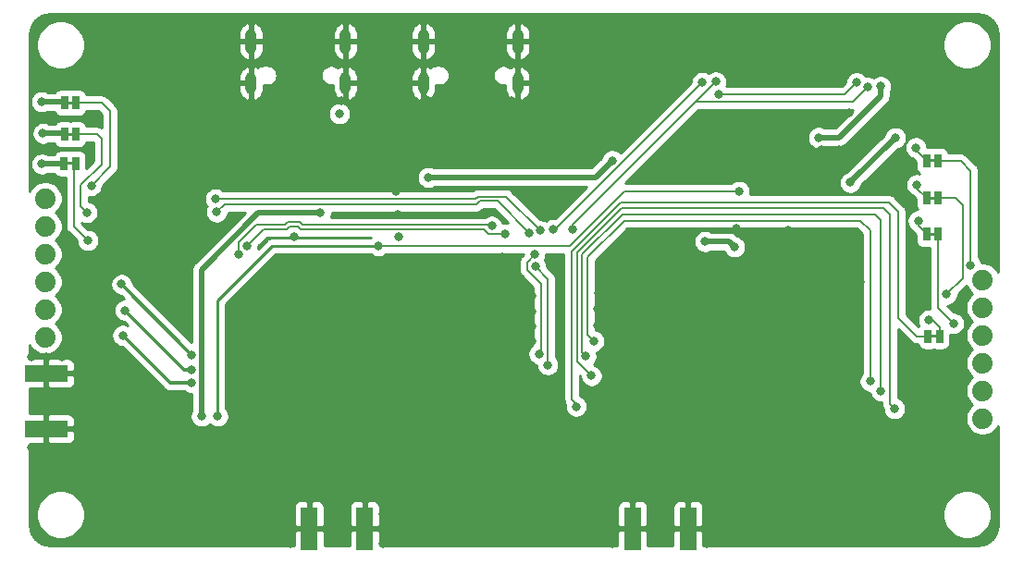
<source format=gbr>
%TF.GenerationSoftware,KiCad,Pcbnew,(5.1.6)-1*%
%TF.CreationDate,2020-10-07T18:58:12+07:00*%
%TF.ProjectId,ublox ZED-F9P (Full feature),75626c6f-7820-45a4-9544-2d4639502028,V1*%
%TF.SameCoordinates,Original*%
%TF.FileFunction,Copper,L4,Bot*%
%TF.FilePolarity,Positive*%
%FSLAX46Y46*%
G04 Gerber Fmt 4.6, Leading zero omitted, Abs format (unit mm)*
G04 Created by KiCad (PCBNEW (5.1.6)-1) date 2020-10-07 18:58:12*
%MOMM*%
%LPD*%
G01*
G04 APERTURE LIST*
%TA.AperFunction,EtchedComponent*%
%ADD10C,0.100000*%
%TD*%
%TA.AperFunction,ComponentPad*%
%ADD11O,1.000000X2.300000*%
%TD*%
%TA.AperFunction,ComponentPad*%
%ADD12O,1.000000X2.000000*%
%TD*%
%TA.AperFunction,SMDPad,CuDef*%
%ADD13R,0.660400X1.270000*%
%TD*%
%TA.AperFunction,ComponentPad*%
%ADD14C,1.879600*%
%TD*%
%TA.AperFunction,SMDPad,CuDef*%
%ADD15R,1.500000X4.000000*%
%TD*%
%TA.AperFunction,SMDPad,CuDef*%
%ADD16R,4.000000X1.500000*%
%TD*%
%TA.AperFunction,ViaPad*%
%ADD17C,0.812800*%
%TD*%
%TA.AperFunction,Conductor*%
%ADD18C,0.254000*%
%TD*%
%TA.AperFunction,Conductor*%
%ADD19C,0.203200*%
%TD*%
%TA.AperFunction,Conductor*%
%ADD20C,0.508000*%
%TD*%
%TA.AperFunction,Conductor*%
%ADD21C,0.304800*%
%TD*%
G04 APERTURE END LIST*
D10*
%TO.C,PPS2*%
G36*
X204139800Y-80035400D02*
G01*
X203257150Y-80035400D01*
X203257150Y-80289400D01*
X204139800Y-80289400D01*
X204139800Y-80035400D01*
G37*
%TO.C,RTK2*%
G36*
X202599000Y-67658500D02*
G01*
X203481650Y-67658500D01*
X203481650Y-67404500D01*
X202599000Y-67404500D01*
X202599000Y-67658500D01*
G37*
%TO.C,RTK1*%
G36*
X123693300Y-61805600D02*
G01*
X124575950Y-61805600D01*
X124575950Y-61551600D01*
X123693300Y-61551600D01*
X123693300Y-61805600D01*
G37*
%TO.C,PPS_LED2*%
G36*
X202599000Y-70960500D02*
G01*
X203481650Y-70960500D01*
X203481650Y-70706500D01*
X202599000Y-70706500D01*
X202599000Y-70960500D01*
G37*
%TO.C,PPS_LED1*%
G36*
X123668700Y-64495600D02*
G01*
X124551350Y-64495600D01*
X124551350Y-64241600D01*
X123668700Y-64241600D01*
X123668700Y-64495600D01*
G37*
%TO.C,FENCE2*%
G36*
X202599000Y-64229500D02*
G01*
X203481650Y-64229500D01*
X203481650Y-63975500D01*
X202599000Y-63975500D01*
X202599000Y-64229500D01*
G37*
%TO.C,FENCE1*%
G36*
X123693300Y-58916400D02*
G01*
X124575950Y-58916400D01*
X124575950Y-58662400D01*
X123693300Y-58662400D01*
X123693300Y-58916400D01*
G37*
%TD*%
D11*
%TO.P,P2,S1*%
%TO.N,GND*%
X156716000Y-53178900D03*
X165356000Y-53178900D03*
D12*
X165356000Y-57003900D03*
X156716000Y-57003900D03*
%TD*%
D11*
%TO.P,P1,S1*%
%TO.N,GND*%
X140942600Y-53178900D03*
X149582600Y-53178900D03*
D12*
X149582600Y-57003900D03*
X140942600Y-57003900D03*
%TD*%
D13*
%TO.P,PPS2,2*%
%TO.N,Net-(PPS2-Pad2)*%
X202920600Y-80162400D03*
%TO.P,PPS2,1*%
%TO.N,Net-(PPS2-Pad1)*%
X203962000Y-80162400D03*
%TD*%
%TO.P,RTK2,2*%
%TO.N,/RTK_STAT_H*%
X203818200Y-67531500D03*
%TO.P,RTK2,1*%
%TO.N,Net-(R36-Pad2)*%
X202776800Y-67531500D03*
%TD*%
%TO.P,RTK1,2*%
%TO.N,/RTK_STAT_P*%
X124912500Y-61678600D03*
%TO.P,RTK1,1*%
%TO.N,Net-(R12-Pad2)*%
X123871100Y-61678600D03*
%TD*%
%TO.P,PPS_LED2,2*%
%TO.N,/PPS_STAT_H*%
X203818200Y-70833500D03*
%TO.P,PPS_LED2,1*%
%TO.N,Net-(PPS_LED2-Pad1)*%
X202776800Y-70833500D03*
%TD*%
%TO.P,PPS_LED1,2*%
%TO.N,/PPS_STAT_P*%
X124887900Y-64368600D03*
%TO.P,PPS_LED1,1*%
%TO.N,Net-(PPS_LED1-Pad1)*%
X123846500Y-64368600D03*
%TD*%
D14*
%TO.P,J6,6*%
%TO.N,/INT_P*%
X122110500Y-80264000D03*
%TO.P,J6,5*%
%TO.N,/~SAFE_P*%
X122110500Y-77724000D03*
%TO.P,J6,4*%
%TO.N,/~RESET_P*%
X122110500Y-75184000D03*
%TO.P,J6,3*%
%TO.N,/PPS_STAT_P*%
X122110500Y-72644000D03*
%TO.P,J6,2*%
%TO.N,/RTK_STAT_P*%
X122110500Y-70104000D03*
%TO.P,J6,1*%
%TO.N,/FENCE_STAT_P*%
X122110500Y-67564000D03*
%TD*%
%TO.P,J2,6*%
%TO.N,/INT_H*%
X207900000Y-87700000D03*
%TO.P,J2,5*%
%TO.N,/~SAFE_H*%
X207900000Y-85160000D03*
%TO.P,J2,4*%
%TO.N,/~RESET_H*%
X207900000Y-82620000D03*
%TO.P,J2,3*%
%TO.N,/PPS_STAT_H*%
X207900000Y-80080000D03*
%TO.P,J2,2*%
%TO.N,/RTK_STAT_H*%
X207900000Y-77540000D03*
%TO.P,J2,1*%
%TO.N,/FENCE_STAT_H*%
X207900000Y-75000000D03*
%TD*%
D13*
%TO.P,FENCE2,2*%
%TO.N,/FENCE_STAT_H*%
X203818200Y-64102500D03*
%TO.P,FENCE2,1*%
%TO.N,Net-(FENCE2-Pad1)*%
X202776800Y-64102500D03*
%TD*%
%TO.P,FENCE1,2*%
%TO.N,/FENCE_STAT_P*%
X124912500Y-58789400D03*
%TO.P,FENCE1,1*%
%TO.N,Net-(FENCE1-Pad1)*%
X123871100Y-58789400D03*
%TD*%
D15*
%TO.P,E3,GND@3*%
%TO.N,GND*%
X175860000Y-97800000D03*
%TO.P,E3,GND@2*%
X180940000Y-97800000D03*
%TD*%
D16*
%TO.P,E2,GND@3*%
%TO.N,GND*%
X122200000Y-83566000D03*
%TO.P,E2,GND@2*%
X122200000Y-88646000D03*
%TD*%
D15*
%TO.P,E1,GND@3*%
%TO.N,GND*%
X146260000Y-97800000D03*
%TO.P,E1,GND@2*%
X151340000Y-97800000D03*
%TD*%
D17*
%TO.N,/BACKUP*%
X137900000Y-87500000D03*
X152600000Y-71900000D03*
X185600000Y-66899998D03*
%TO.N,GND*%
X139344400Y-64211200D03*
X144678390Y-61459702D03*
X141058900Y-58826400D03*
X164757100Y-58635900D03*
X149225000Y-58635900D03*
X157340300Y-62979300D03*
X161890003Y-60648107D03*
X166750000Y-63499998D03*
X151000000Y-63999988D03*
X177500000Y-55250000D03*
X147625000Y-93583332D03*
X147625000Y-92441666D03*
X147625000Y-91300000D03*
X147800000Y-90250000D03*
X149900000Y-93700000D03*
X149900000Y-92600000D03*
X150000000Y-90200000D03*
X151100000Y-90200000D03*
X152100000Y-90200000D03*
X157050000Y-92450000D03*
X157300000Y-90000000D03*
X158500000Y-90000000D03*
X159600000Y-90000000D03*
X160700000Y-90000000D03*
X161800000Y-90000000D03*
X156975000Y-58500000D03*
X179100000Y-65200000D03*
X137300000Y-90100000D03*
X154400000Y-69000000D03*
X190100000Y-70500000D03*
X154500000Y-71100000D03*
X130000000Y-94800000D03*
X187100000Y-90700000D03*
X185327346Y-70311210D03*
X125500000Y-83600000D03*
X191250004Y-55500000D03*
X148600000Y-85175000D03*
X150675000Y-85175000D03*
X152775000Y-85175000D03*
X154900000Y-85175000D03*
X157025000Y-85175000D03*
X159150000Y-85175000D03*
X161200000Y-85175000D03*
X163400000Y-85175000D03*
X163300000Y-88400000D03*
X163300000Y-89350000D03*
X164550000Y-89075000D03*
X146450000Y-85175000D03*
X150725000Y-83075000D03*
X146500000Y-83075000D03*
X148650000Y-83075000D03*
X161250000Y-83075000D03*
X157075000Y-83075000D03*
X159200000Y-83075000D03*
X154950000Y-83075000D03*
X163450000Y-83075000D03*
X152825000Y-83075000D03*
X161200000Y-81025000D03*
X152775000Y-81025000D03*
X146450000Y-81025000D03*
X154900000Y-81025000D03*
X157025000Y-81025000D03*
X163400000Y-81025000D03*
X159150000Y-81025000D03*
X148600000Y-81025000D03*
X150675000Y-81025000D03*
X163425000Y-78950000D03*
X148625000Y-78950000D03*
X157050000Y-78950000D03*
X146475000Y-78950000D03*
X161225000Y-78950000D03*
X159175000Y-78950000D03*
X152800000Y-78950000D03*
X154925000Y-78950000D03*
X150700000Y-78950000D03*
X150650000Y-76900000D03*
X161175000Y-76900000D03*
X157000000Y-76900000D03*
X163375000Y-76900000D03*
X148575000Y-76900000D03*
X152750000Y-76900000D03*
X154875000Y-76900000D03*
X159125000Y-76900000D03*
X146425000Y-76900000D03*
X150700000Y-74950000D03*
X148625000Y-74950000D03*
X161225000Y-74950000D03*
X152800000Y-74950000D03*
X157050000Y-74950000D03*
X159175000Y-74950000D03*
X146475000Y-74950000D03*
X154925000Y-74950000D03*
X163425000Y-74950000D03*
X150750000Y-87100000D03*
X146350000Y-87125000D03*
X148600000Y-87100000D03*
X161225000Y-87100000D03*
X157025000Y-87100000D03*
X159100000Y-87100000D03*
X154900000Y-87075000D03*
X163300000Y-87125000D03*
X152800000Y-87075000D03*
X192900000Y-81000000D03*
X178100000Y-81000000D03*
X190750000Y-83050000D03*
X182325000Y-83050000D03*
X176000000Y-83050000D03*
X186525000Y-81000000D03*
X175950000Y-81000000D03*
X190700000Y-81000000D03*
X188650000Y-81000000D03*
X184450000Y-83050000D03*
X180175000Y-85150000D03*
X182275000Y-81000000D03*
X186575000Y-83050000D03*
X175950000Y-85150000D03*
X192950000Y-83050000D03*
X188650000Y-83025000D03*
X184400000Y-81000000D03*
X178150000Y-83050000D03*
X180225000Y-83050000D03*
X180175000Y-81000000D03*
X186550000Y-74925000D03*
X182300000Y-74925000D03*
X180225000Y-74900000D03*
X178075000Y-74900000D03*
X192925000Y-74925000D03*
X188675000Y-74925000D03*
X184425000Y-74925000D03*
X175975000Y-74925000D03*
X190725000Y-74925000D03*
X178100000Y-85150000D03*
X180175000Y-78950000D03*
X190750000Y-78925000D03*
X180275000Y-76875000D03*
X178150000Y-76850000D03*
X190675000Y-76875000D03*
X186550000Y-78925000D03*
X182325000Y-76875000D03*
X186500000Y-76875000D03*
X192925000Y-78925000D03*
X188625000Y-76875000D03*
X190700000Y-85150000D03*
X178125000Y-78925000D03*
X175925000Y-76875000D03*
X182300000Y-78925000D03*
X184375000Y-76875000D03*
X192875000Y-76875000D03*
X184425000Y-78925000D03*
X188600000Y-78925000D03*
X175975000Y-78925000D03*
X186525000Y-85100000D03*
X175975000Y-87075000D03*
X178075000Y-87050000D03*
X188575000Y-87050000D03*
X180225000Y-87050000D03*
X188625000Y-85100000D03*
X190700000Y-87050000D03*
X186500000Y-87050000D03*
X182325000Y-87025000D03*
X184400000Y-85150000D03*
X184375000Y-87025000D03*
X192900000Y-85150000D03*
X182275000Y-85150000D03*
X192800000Y-87100000D03*
X177350000Y-94725000D03*
X177250000Y-93575000D03*
X177250000Y-92200000D03*
X177250000Y-91025000D03*
X177225000Y-89950000D03*
X179350000Y-94775000D03*
X179400000Y-93575000D03*
X179350000Y-92275000D03*
X180550000Y-92125000D03*
X182725000Y-92600000D03*
X184725000Y-92000000D03*
X186275000Y-91900000D03*
X151350000Y-92900000D03*
X154100000Y-93375000D03*
X146400000Y-90300000D03*
X144575000Y-90375000D03*
X142925000Y-89875000D03*
X142725000Y-88500000D03*
X142875000Y-85400000D03*
X142950000Y-81175000D03*
X142900000Y-79850000D03*
X142900000Y-78550000D03*
X142975000Y-77325000D03*
X143050000Y-73325000D03*
X163900000Y-72925000D03*
X165200000Y-73025000D03*
X166675000Y-76500000D03*
X166675000Y-77900000D03*
X166675000Y-79300000D03*
X166675000Y-80625000D03*
X166675000Y-84325000D03*
X166675000Y-85825000D03*
X166675000Y-87350000D03*
X166675000Y-88700000D03*
X165425000Y-90425000D03*
X163350000Y-90425000D03*
X166675000Y-90125000D03*
X188625000Y-90325000D03*
X190950000Y-90400000D03*
X192800000Y-90400000D03*
X195025000Y-90300000D03*
X193875000Y-89000000D03*
X196250000Y-88400000D03*
X196250000Y-87025000D03*
X196250000Y-85325000D03*
X196250000Y-84125000D03*
X196100000Y-81075000D03*
X196100000Y-79625000D03*
X196100000Y-78325000D03*
X196100000Y-77225000D03*
X196100000Y-76150000D03*
X196500000Y-73250000D03*
X194000000Y-72925000D03*
X192475000Y-72100000D03*
X190875000Y-72000000D03*
X175475000Y-72525000D03*
X172750000Y-76200000D03*
X172675000Y-77700000D03*
X172675000Y-79200000D03*
X147625000Y-94725000D03*
X150050000Y-94825000D03*
X146500000Y-89200000D03*
X146500000Y-88175000D03*
X175950000Y-89475000D03*
X176025000Y-88250000D03*
X144544240Y-96425000D03*
X144538480Y-97800000D03*
X144550000Y-99175000D03*
X162000000Y-69000000D03*
X154175000Y-66888790D03*
X195650000Y-59675000D03*
X196275000Y-62275000D03*
X178700000Y-57425000D03*
X185750000Y-59775000D03*
X193125000Y-63075000D03*
X194775000Y-63075000D03*
X193150000Y-64575000D03*
X195200000Y-64575000D03*
X199475000Y-60750000D03*
X199500000Y-65675000D03*
X197775000Y-66350000D03*
X195900000Y-71125000D03*
X195325000Y-72025000D03*
X196725000Y-75175000D03*
X197800000Y-60750000D03*
X197900000Y-62300000D03*
X153019240Y-96425000D03*
X153013480Y-97800000D03*
X153025000Y-99175000D03*
X174044240Y-96400000D03*
X174050000Y-99150000D03*
X174038480Y-97775000D03*
X182644240Y-96400000D03*
X182638480Y-97775000D03*
X182650000Y-99150000D03*
X120850000Y-90330760D03*
X122225000Y-90336520D03*
X123600000Y-90325000D03*
X122225000Y-82086520D03*
X120850000Y-82080760D03*
X123600000Y-82075000D03*
X144925000Y-71025000D03*
%TO.N,/FENCE_STAT_P*%
X126318937Y-66386866D03*
%TO.N,Net-(FENCE1-Pad1)*%
X121800000Y-58700000D03*
%TO.N,/FENCE_STAT_H*%
X206811210Y-73700000D03*
%TO.N,Net-(FENCE2-Pad1)*%
X201800000Y-62900000D03*
%TO.N,/PPS_STAT_H*%
X205232002Y-79000000D03*
%TO.N,/RTK_STAT_H*%
X204600000Y-76350000D03*
%TO.N,/PPS_STAT_P*%
X126000000Y-71400000D03*
%TO.N,/RTK_STAT_P*%
X125900000Y-68850000D03*
%TO.N,Net-(PPS2-Pad2)*%
X170700000Y-86600000D03*
%TO.N,Net-(PPS2-Pad1)*%
X202995902Y-78690098D03*
%TO.N,Net-(PPS_LED1-Pad1)*%
X121800000Y-64400000D03*
%TO.N,Net-(PPS_LED2-Pad1)*%
X202000000Y-69600000D03*
%TO.N,Net-(R12-Pad2)*%
X121900000Y-61600000D03*
%TO.N,Net-(R18-Pad1)*%
X129200000Y-80100000D03*
X135536390Y-84450532D03*
%TO.N,Net-(R19-Pad1)*%
X129091448Y-75414995D03*
X135536390Y-81900000D03*
%TO.N,Net-(R20-Pad1)*%
X129400000Y-77800000D03*
X135536390Y-83249878D03*
%TO.N,/RX2_P*%
X183475000Y-56875000D03*
X197400000Y-57375000D03*
X170375000Y-70408821D03*
%TO.N,/TX2_P*%
X182250000Y-56925000D03*
X196375000Y-56950000D03*
X183750000Y-58013790D03*
X168610940Y-70408821D03*
%TO.N,Net-(R24-Pad1)*%
X137800000Y-68800000D03*
X166400000Y-70700000D03*
X166900000Y-72700000D03*
X167300000Y-81800000D03*
%TO.N,Net-(R25-Pad1)*%
X137700000Y-67600000D03*
X168099998Y-82800000D03*
X167400000Y-70499998D03*
X166985473Y-73808176D03*
%TO.N,Net-(R28-Pad1)*%
X197600000Y-84300000D03*
X172300000Y-80600000D03*
%TO.N,Net-(R29-Pad1)*%
X172100000Y-83800000D03*
X199830000Y-86810000D03*
%TO.N,Net-(R32-Pad1)*%
X198600000Y-85200000D03*
X171600000Y-82000000D03*
%TO.N,Net-(R36-Pad2)*%
X201900000Y-66300000D03*
%TO.N,/RX1*%
X139827391Y-72651279D03*
X162978410Y-70079973D03*
%TO.N,/TX1*%
X140545820Y-71932851D03*
X164175000Y-70825004D03*
%TO.N,+3V3*%
X199900000Y-62000000D03*
X195800000Y-66100000D03*
X136400000Y-87500000D03*
X147300000Y-68900000D03*
X174000000Y-64100000D03*
X182500000Y-71500000D03*
X185200000Y-72000000D03*
X157172412Y-65636390D03*
%TO.N,Net-(C6-Pad1)*%
X149025000Y-59800000D03*
%TO.N,Net-(D1-Pad2)*%
X198575000Y-57300000D03*
X192900000Y-61975000D03*
%TD*%
D18*
%TO.N,/BACKUP*%
X137900000Y-76900000D02*
X142900000Y-71900000D01*
X137900000Y-87500000D02*
X137900000Y-76900000D01*
X142900000Y-71900000D02*
X152600000Y-71900000D01*
D19*
X175150002Y-66899998D02*
X185600000Y-66899998D01*
X170150000Y-71900000D02*
X175150002Y-66899998D01*
X152600000Y-71900000D02*
X170150000Y-71900000D01*
%TO.N,/FENCE_STAT_P*%
X128050000Y-64655803D02*
X126318937Y-66386866D01*
X124912500Y-58789400D02*
X127289400Y-58789400D01*
X127289400Y-58789400D02*
X128050000Y-59550000D01*
X128050000Y-59550000D02*
X128050000Y-64655803D01*
D20*
%TO.N,Net-(FENCE1-Pad1)*%
X123781700Y-58700000D02*
X123871100Y-58789400D01*
X121800000Y-58700000D02*
X123781700Y-58700000D01*
D19*
%TO.N,/FENCE_STAT_H*%
X203818200Y-64102500D02*
X205902500Y-64102500D01*
X205902500Y-64102500D02*
X206811210Y-65011210D01*
X206811210Y-65011210D02*
X206811210Y-73700000D01*
%TO.N,Net-(FENCE2-Pad1)*%
X201800000Y-63125700D02*
X202776800Y-64102500D01*
X201800000Y-62900000D02*
X201800000Y-63125700D01*
%TO.N,/PPS_STAT_H*%
X203818200Y-70833500D02*
X203818200Y-77586198D01*
X203818200Y-77586198D02*
X205232002Y-79000000D01*
%TO.N,/RTK_STAT_H*%
X204600000Y-76350000D02*
X206100000Y-74850000D01*
X206100000Y-74850000D02*
X206100000Y-68200000D01*
X206100000Y-68200000D02*
X205400000Y-67500000D01*
X203849700Y-67500000D02*
X203818200Y-67531500D01*
X205400000Y-67500000D02*
X203849700Y-67500000D01*
%TO.N,/PPS_STAT_P*%
X126000000Y-71400000D02*
X124700000Y-70100000D01*
X124700000Y-64556500D02*
X124887900Y-64368600D01*
X124700000Y-70100000D02*
X124700000Y-64556500D01*
%TO.N,/RTK_STAT_P*%
X125900000Y-68850000D02*
X125350000Y-68300000D01*
X125350000Y-68300000D02*
X125350000Y-66350000D01*
X125350000Y-66350000D02*
X127250000Y-64450000D01*
X127250000Y-64450000D02*
X127250000Y-62050000D01*
X126878600Y-61678600D02*
X124912500Y-61678600D01*
X127250000Y-62050000D02*
X126878600Y-61678600D01*
%TO.N,Net-(PPS2-Pad2)*%
X170900000Y-86600000D02*
X170700000Y-86600000D01*
X170300000Y-86000000D02*
X170900000Y-86600000D01*
X174800000Y-67900000D02*
X170300000Y-72400000D01*
X199300000Y-67900000D02*
X174800000Y-67900000D01*
X200200000Y-68800000D02*
X199300000Y-67900000D01*
X201862400Y-80162400D02*
X200200000Y-78500000D01*
X170300000Y-72400000D02*
X170300000Y-86000000D01*
X200200000Y-78500000D02*
X200200000Y-68800000D01*
X202920600Y-80162400D02*
X201862400Y-80162400D01*
%TO.N,Net-(PPS2-Pad1)*%
X203962000Y-80162400D02*
X203962000Y-79324200D01*
X203962000Y-79324200D02*
X203327898Y-78690098D01*
X203327898Y-78690098D02*
X202995902Y-78690098D01*
D20*
%TO.N,Net-(PPS_LED1-Pad1)*%
X123815100Y-64400000D02*
X123846500Y-64368600D01*
X121800000Y-64400000D02*
X123815100Y-64400000D01*
D19*
%TO.N,Net-(PPS_LED2-Pad1)*%
X202000000Y-70056700D02*
X202776800Y-70833500D01*
X202000000Y-69600000D02*
X202000000Y-70056700D01*
D20*
%TO.N,Net-(R12-Pad2)*%
X123792500Y-61600000D02*
X123871100Y-61678600D01*
X121900000Y-61600000D02*
X123792500Y-61600000D01*
D21*
%TO.N,Net-(R18-Pad1)*%
X133550532Y-84450532D02*
X135536390Y-84450532D01*
X129200000Y-80100000D02*
X133550532Y-84450532D01*
%TO.N,Net-(R19-Pad1)*%
X135536390Y-81859937D02*
X135536390Y-81900000D01*
X129091448Y-75414995D02*
X135536390Y-81859937D01*
%TO.N,Net-(R20-Pad1)*%
X134849878Y-83249878D02*
X135536390Y-83249878D01*
X129400000Y-77800000D02*
X134849878Y-83249878D01*
D19*
%TO.N,/RX2_P*%
X197400000Y-57375000D02*
X196050000Y-58725000D01*
X196050000Y-58725000D02*
X181625000Y-58725000D01*
X183475000Y-56875000D02*
X181625000Y-58725000D01*
X170375000Y-69975000D02*
X170375000Y-70408821D01*
X181625000Y-58725000D02*
X170375000Y-69975000D01*
%TO.N,/TX2_P*%
X196375000Y-56950000D02*
X195311210Y-58013790D01*
X195311210Y-58013790D02*
X183750000Y-58013790D01*
X168766179Y-70408821D02*
X168610940Y-70408821D01*
X182250000Y-56925000D02*
X168766179Y-70408821D01*
%TO.N,Net-(R24-Pad1)*%
X166900000Y-72700000D02*
X166200000Y-73400000D01*
X166200000Y-73400000D02*
X166200000Y-74100000D01*
X166200000Y-74100000D02*
X167500000Y-75400000D01*
X167500000Y-75400000D02*
X167500000Y-81500000D01*
X167500000Y-81600000D02*
X167300000Y-81800000D01*
X167500000Y-81500000D02*
X167500000Y-81600000D01*
X138500000Y-68100000D02*
X161597422Y-68100000D01*
X161908623Y-67788799D02*
X163488799Y-67788799D01*
X163488799Y-67788799D02*
X166400000Y-70700000D01*
X137800000Y-68800000D02*
X138500000Y-68100000D01*
X161597422Y-68100000D02*
X161908623Y-67788799D01*
%TO.N,Net-(R25-Pad1)*%
X168099998Y-74922701D02*
X166985473Y-73808176D01*
X168099998Y-82800000D02*
X168099998Y-74922701D01*
X137700000Y-67600000D02*
X161522671Y-67600000D01*
X161522671Y-67600000D02*
X161740283Y-67382388D01*
X161740283Y-67382388D02*
X164282390Y-67382388D01*
X164282390Y-67382388D02*
X167400000Y-70499998D01*
%TO.N,Net-(R28-Pad1)*%
X171750000Y-80050000D02*
X172300000Y-80600000D01*
X171750000Y-72950000D02*
X171750000Y-80050000D01*
X175100000Y-69600000D02*
X171750000Y-72950000D01*
X196700000Y-69600000D02*
X175100000Y-69600000D01*
X197600000Y-70500000D02*
X196700000Y-69600000D01*
X197600000Y-84300000D02*
X197600000Y-70500000D01*
%TO.N,Net-(R29-Pad1)*%
X172100000Y-83800000D02*
X170800000Y-82500000D01*
X170800000Y-82500000D02*
X170800000Y-72500000D01*
X170800000Y-72500000D02*
X174900000Y-68400000D01*
X199423601Y-86403601D02*
X199830000Y-86810000D01*
X174900000Y-68400000D02*
X198800000Y-68400000D01*
X199423601Y-69023601D02*
X199423601Y-86403601D01*
X198800000Y-68400000D02*
X199423601Y-69023601D01*
%TO.N,Net-(R32-Pad1)*%
X171250000Y-81650000D02*
X171600000Y-82000000D01*
X198600000Y-85200000D02*
X198600000Y-69500000D01*
X171250000Y-72700000D02*
X171250000Y-81650000D01*
X174950000Y-69000000D02*
X171250000Y-72700000D01*
X198600000Y-69500000D02*
X198100000Y-69000000D01*
X198100000Y-69000000D02*
X174950000Y-69000000D01*
%TO.N,Net-(R36-Pad2)*%
X201900000Y-66654700D02*
X202776800Y-67531500D01*
X201900000Y-66300000D02*
X201900000Y-66654700D01*
%TO.N,/RX1*%
X145359717Y-69707388D02*
X145634715Y-69982387D01*
X162880824Y-69982387D02*
X162978410Y-70079973D01*
X144065285Y-69982387D02*
X144340283Y-69707388D01*
X139827391Y-71598700D02*
X141443704Y-69982387D01*
X141443704Y-69982387D02*
X144065285Y-69982387D01*
X144340283Y-69707388D02*
X145359717Y-69707388D01*
X139827391Y-72651279D02*
X139827391Y-71598700D01*
X145634715Y-69982387D02*
X162880824Y-69982387D01*
%TO.N,/TX1*%
X162214062Y-70388798D02*
X162650268Y-70825004D01*
X144233624Y-70388798D02*
X144508623Y-70113799D01*
X140545820Y-71932851D02*
X142089873Y-70388798D01*
X145466376Y-70388798D02*
X162214062Y-70388798D01*
X145191377Y-70113799D02*
X145466376Y-70388798D01*
X142089873Y-70388798D02*
X144233624Y-70388798D01*
X162650268Y-70825004D02*
X164175000Y-70825004D01*
X144508623Y-70113799D02*
X145191377Y-70113799D01*
D20*
%TO.N,+3V3*%
X199900000Y-62000000D02*
X195800000Y-66100000D01*
X136400000Y-87500000D02*
X136400000Y-74100000D01*
X141600000Y-68900000D02*
X147300000Y-68900000D01*
X136400000Y-74100000D02*
X141600000Y-68900000D01*
X184700000Y-71500000D02*
X185200000Y-72000000D01*
X182500000Y-71500000D02*
X184700000Y-71500000D01*
X174000000Y-64100000D02*
X172463610Y-65636390D01*
X172463610Y-65636390D02*
X157172412Y-65636390D01*
%TO.N,Net-(D1-Pad2)*%
X198575000Y-57300000D02*
X198575000Y-58175000D01*
X194775000Y-61975000D02*
X192900000Y-61975000D01*
X198575000Y-58175000D02*
X194775000Y-61975000D01*
%TD*%
D18*
%TO.N,GND*%
G36*
X207851897Y-50722789D02*
G01*
X208190393Y-50824987D01*
X208502588Y-50990984D01*
X208776597Y-51214460D01*
X209001980Y-51486902D01*
X209170153Y-51797931D01*
X209274712Y-52135708D01*
X209315001Y-52519031D01*
X209315001Y-74300961D01*
X209295570Y-74254052D01*
X209123227Y-73996123D01*
X208903877Y-73776773D01*
X208645948Y-73604430D01*
X208359352Y-73485718D01*
X208055104Y-73425200D01*
X207818351Y-73425200D01*
X207812590Y-73396235D01*
X207734087Y-73206712D01*
X207620118Y-73036146D01*
X207547810Y-72963838D01*
X207547810Y-65047393D01*
X207551374Y-65011209D01*
X207547810Y-64975024D01*
X207537152Y-64866811D01*
X207495032Y-64727961D01*
X207436759Y-64618939D01*
X207426634Y-64599996D01*
X207357652Y-64515942D01*
X207357647Y-64515937D01*
X207334584Y-64487835D01*
X207306483Y-64464773D01*
X206448945Y-63607236D01*
X206425875Y-63579125D01*
X206313713Y-63487076D01*
X206185749Y-63418678D01*
X206046899Y-63376558D01*
X205938686Y-63365900D01*
X205938683Y-63365900D01*
X205902500Y-63362336D01*
X205866317Y-63365900D01*
X204776466Y-63365900D01*
X204774212Y-63343018D01*
X204737902Y-63223320D01*
X204678937Y-63113006D01*
X204599585Y-63016315D01*
X204502894Y-62936963D01*
X204392580Y-62877998D01*
X204272882Y-62841688D01*
X204148400Y-62829428D01*
X203488000Y-62829428D01*
X203363518Y-62841688D01*
X203297500Y-62861714D01*
X203231482Y-62841688D01*
X203107000Y-62829428D01*
X202841400Y-62829428D01*
X202841400Y-62797431D01*
X202801380Y-62596235D01*
X202722877Y-62406712D01*
X202608908Y-62236146D01*
X202463854Y-62091092D01*
X202293288Y-61977123D01*
X202103765Y-61898620D01*
X201902569Y-61858600D01*
X201697431Y-61858600D01*
X201496235Y-61898620D01*
X201306712Y-61977123D01*
X201136146Y-62091092D01*
X200991092Y-62236146D01*
X200877123Y-62406712D01*
X200798620Y-62596235D01*
X200758600Y-62797431D01*
X200758600Y-63002569D01*
X200798620Y-63203765D01*
X200877123Y-63393288D01*
X200991092Y-63563854D01*
X201136146Y-63708908D01*
X201306712Y-63822877D01*
X201496235Y-63901380D01*
X201543340Y-63910750D01*
X201808528Y-64175938D01*
X201808528Y-64737500D01*
X201820788Y-64861982D01*
X201857098Y-64981680D01*
X201916063Y-65091994D01*
X201995415Y-65188685D01*
X202092106Y-65268037D01*
X202117054Y-65281372D01*
X202002569Y-65258600D01*
X201797431Y-65258600D01*
X201596235Y-65298620D01*
X201406712Y-65377123D01*
X201236146Y-65491092D01*
X201091092Y-65636146D01*
X200977123Y-65806712D01*
X200898620Y-65996235D01*
X200858600Y-66197431D01*
X200858600Y-66402569D01*
X200898620Y-66603765D01*
X200977123Y-66793288D01*
X201091092Y-66963854D01*
X201236146Y-67108908D01*
X201406712Y-67222877D01*
X201440438Y-67236847D01*
X201808528Y-67604937D01*
X201808528Y-68166500D01*
X201820788Y-68290982D01*
X201857098Y-68410680D01*
X201916063Y-68520994D01*
X201946925Y-68558600D01*
X201897431Y-68558600D01*
X201696235Y-68598620D01*
X201506712Y-68677123D01*
X201336146Y-68791092D01*
X201191092Y-68936146D01*
X201077123Y-69106712D01*
X200998620Y-69296235D01*
X200958600Y-69497431D01*
X200958600Y-69702569D01*
X200998620Y-69903765D01*
X201077123Y-70093288D01*
X201191092Y-70263854D01*
X201336146Y-70408908D01*
X201362422Y-70426465D01*
X201384576Y-70467913D01*
X201476626Y-70580075D01*
X201504732Y-70603141D01*
X201808528Y-70906937D01*
X201808528Y-71468500D01*
X201820788Y-71592982D01*
X201857098Y-71712680D01*
X201916063Y-71822994D01*
X201995415Y-71919685D01*
X202092106Y-71999037D01*
X202202420Y-72058002D01*
X202322118Y-72094312D01*
X202446600Y-72106572D01*
X203081600Y-72106572D01*
X203081601Y-77550005D01*
X203078036Y-77586198D01*
X203084192Y-77648698D01*
X202893333Y-77648698D01*
X202692137Y-77688718D01*
X202502614Y-77767221D01*
X202332048Y-77881190D01*
X202186994Y-78026244D01*
X202073025Y-78196810D01*
X201994522Y-78386333D01*
X201954502Y-78587529D01*
X201954502Y-78792667D01*
X201994522Y-78993863D01*
X202065725Y-79165763D01*
X202059863Y-79172906D01*
X202009269Y-79267559D01*
X200936600Y-78194891D01*
X200936600Y-68836175D01*
X200940163Y-68799999D01*
X200936600Y-68763823D01*
X200936600Y-68763814D01*
X200925942Y-68655601D01*
X200883822Y-68516751D01*
X200815424Y-68388787D01*
X200772595Y-68336600D01*
X200746442Y-68304732D01*
X200746441Y-68304731D01*
X200723375Y-68276625D01*
X200695269Y-68253559D01*
X199846445Y-67404736D01*
X199823375Y-67376625D01*
X199711213Y-67284576D01*
X199583249Y-67216178D01*
X199444399Y-67174058D01*
X199336186Y-67163400D01*
X199336183Y-67163400D01*
X199300000Y-67159836D01*
X199263817Y-67163400D01*
X186609409Y-67163400D01*
X186641400Y-67002567D01*
X186641400Y-66797429D01*
X186601380Y-66596233D01*
X186522877Y-66406710D01*
X186408908Y-66236144D01*
X186263854Y-66091090D01*
X186123684Y-65997431D01*
X194758600Y-65997431D01*
X194758600Y-66202569D01*
X194798620Y-66403765D01*
X194877123Y-66593288D01*
X194991092Y-66763854D01*
X195136146Y-66908908D01*
X195306712Y-67022877D01*
X195496235Y-67101380D01*
X195697431Y-67141400D01*
X195902569Y-67141400D01*
X196103765Y-67101380D01*
X196293288Y-67022877D01*
X196463854Y-66908908D01*
X196608908Y-66763854D01*
X196722877Y-66593288D01*
X196801380Y-66403765D01*
X196813276Y-66343959D01*
X200143960Y-63013276D01*
X200203765Y-63001380D01*
X200393288Y-62922877D01*
X200563854Y-62808908D01*
X200708908Y-62663854D01*
X200822877Y-62493288D01*
X200901380Y-62303765D01*
X200941400Y-62102569D01*
X200941400Y-61897431D01*
X200901380Y-61696235D01*
X200822877Y-61506712D01*
X200708908Y-61336146D01*
X200563854Y-61191092D01*
X200393288Y-61077123D01*
X200203765Y-60998620D01*
X200002569Y-60958600D01*
X199797431Y-60958600D01*
X199596235Y-60998620D01*
X199406712Y-61077123D01*
X199236146Y-61191092D01*
X199091092Y-61336146D01*
X198977123Y-61506712D01*
X198898620Y-61696235D01*
X198886724Y-61756040D01*
X195556041Y-65086724D01*
X195496235Y-65098620D01*
X195306712Y-65177123D01*
X195136146Y-65291092D01*
X194991092Y-65436146D01*
X194877123Y-65606712D01*
X194798620Y-65796235D01*
X194758600Y-65997431D01*
X186123684Y-65997431D01*
X186093288Y-65977121D01*
X185903765Y-65898618D01*
X185702569Y-65858598D01*
X185497431Y-65858598D01*
X185296235Y-65898618D01*
X185106712Y-65977121D01*
X184936146Y-66091090D01*
X184863838Y-66163398D01*
X175228311Y-66163398D01*
X181930110Y-59461600D01*
X196013817Y-59461600D01*
X196029609Y-59463156D01*
X194406765Y-61086000D01*
X193443988Y-61086000D01*
X193393288Y-61052123D01*
X193203765Y-60973620D01*
X193002569Y-60933600D01*
X192797431Y-60933600D01*
X192596235Y-60973620D01*
X192406712Y-61052123D01*
X192236146Y-61166092D01*
X192091092Y-61311146D01*
X191977123Y-61481712D01*
X191898620Y-61671235D01*
X191858600Y-61872431D01*
X191858600Y-62077569D01*
X191898620Y-62278765D01*
X191977123Y-62468288D01*
X192091092Y-62638854D01*
X192236146Y-62783908D01*
X192406712Y-62897877D01*
X192596235Y-62976380D01*
X192797431Y-63016400D01*
X193002569Y-63016400D01*
X193203765Y-62976380D01*
X193393288Y-62897877D01*
X193443988Y-62864000D01*
X194731340Y-62864000D01*
X194775000Y-62868300D01*
X194818660Y-62864000D01*
X194818667Y-62864000D01*
X194949274Y-62851136D01*
X195116851Y-62800303D01*
X195271291Y-62717753D01*
X195406659Y-62606659D01*
X195434499Y-62572736D01*
X199172742Y-58834494D01*
X199206659Y-58806659D01*
X199317753Y-58671291D01*
X199400303Y-58516851D01*
X199435716Y-58400108D01*
X199451136Y-58349275D01*
X199468301Y-58175000D01*
X199464000Y-58131332D01*
X199464000Y-57843988D01*
X199497877Y-57793288D01*
X199576380Y-57603765D01*
X199616400Y-57402569D01*
X199616400Y-57197431D01*
X199576380Y-56996235D01*
X199497877Y-56806712D01*
X199383908Y-56636146D01*
X199238854Y-56491092D01*
X199068288Y-56377123D01*
X198878765Y-56298620D01*
X198677569Y-56258600D01*
X198472431Y-56258600D01*
X198271235Y-56298620D01*
X198081712Y-56377123D01*
X197931378Y-56477574D01*
X197893288Y-56452123D01*
X197703765Y-56373620D01*
X197502569Y-56333600D01*
X197297431Y-56333600D01*
X197225214Y-56347965D01*
X197183908Y-56286146D01*
X197038854Y-56141092D01*
X196868288Y-56027123D01*
X196678765Y-55948620D01*
X196477569Y-55908600D01*
X196272431Y-55908600D01*
X196071235Y-55948620D01*
X195881712Y-56027123D01*
X195711146Y-56141092D01*
X195566092Y-56286146D01*
X195452123Y-56456712D01*
X195373620Y-56646235D01*
X195333600Y-56847431D01*
X195333600Y-56949690D01*
X195006101Y-57277190D01*
X184486162Y-57277190D01*
X184450417Y-57241445D01*
X184476380Y-57178765D01*
X184516400Y-56977569D01*
X184516400Y-56772431D01*
X184476380Y-56571235D01*
X184397877Y-56381712D01*
X184283908Y-56211146D01*
X184138854Y-56066092D01*
X183968288Y-55952123D01*
X183778765Y-55873620D01*
X183577569Y-55833600D01*
X183372431Y-55833600D01*
X183171235Y-55873620D01*
X182981712Y-55952123D01*
X182825085Y-56056778D01*
X182743288Y-56002123D01*
X182553765Y-55923620D01*
X182352569Y-55883600D01*
X182147431Y-55883600D01*
X181946235Y-55923620D01*
X181756712Y-56002123D01*
X181586146Y-56116092D01*
X181441092Y-56261146D01*
X181327123Y-56431712D01*
X181248620Y-56621235D01*
X181208600Y-56822431D01*
X181208600Y-56924690D01*
X174753026Y-63380264D01*
X174663854Y-63291092D01*
X174493288Y-63177123D01*
X174303765Y-63098620D01*
X174102569Y-63058600D01*
X173897431Y-63058600D01*
X173696235Y-63098620D01*
X173506712Y-63177123D01*
X173336146Y-63291092D01*
X173191092Y-63436146D01*
X173077123Y-63606712D01*
X172998620Y-63796235D01*
X172986724Y-63856040D01*
X172095375Y-64747390D01*
X157716400Y-64747390D01*
X157665700Y-64713513D01*
X157476177Y-64635010D01*
X157274981Y-64594990D01*
X157069843Y-64594990D01*
X156868647Y-64635010D01*
X156679124Y-64713513D01*
X156508558Y-64827482D01*
X156363504Y-64972536D01*
X156249535Y-65143102D01*
X156171032Y-65332625D01*
X156131012Y-65533821D01*
X156131012Y-65738959D01*
X156171032Y-65940155D01*
X156249535Y-66129678D01*
X156363504Y-66300244D01*
X156508558Y-66445298D01*
X156679124Y-66559267D01*
X156868647Y-66637770D01*
X157069843Y-66677790D01*
X157274981Y-66677790D01*
X157476177Y-66637770D01*
X157665700Y-66559267D01*
X157716400Y-66525390D01*
X171607901Y-66525390D01*
X168757183Y-69376108D01*
X168713509Y-69367421D01*
X168508371Y-69367421D01*
X168307175Y-69407441D01*
X168117652Y-69485944D01*
X167947086Y-69599913D01*
X167939200Y-69607799D01*
X167893288Y-69577121D01*
X167703765Y-69498618D01*
X167502569Y-69458598D01*
X167400309Y-69458598D01*
X164828836Y-66887125D01*
X164805765Y-66859013D01*
X164693603Y-66766964D01*
X164565639Y-66698566D01*
X164426789Y-66656446D01*
X164318576Y-66645788D01*
X164318573Y-66645788D01*
X164282390Y-66642224D01*
X164246207Y-66645788D01*
X161776469Y-66645788D01*
X161740283Y-66642224D01*
X161704097Y-66645788D01*
X161595884Y-66656446D01*
X161457034Y-66698566D01*
X161329070Y-66766964D01*
X161216908Y-66859013D01*
X161213308Y-66863400D01*
X138436162Y-66863400D01*
X138363854Y-66791092D01*
X138193288Y-66677123D01*
X138003765Y-66598620D01*
X137802569Y-66558600D01*
X137597431Y-66558600D01*
X137396235Y-66598620D01*
X137206712Y-66677123D01*
X137036146Y-66791092D01*
X136891092Y-66936146D01*
X136777123Y-67106712D01*
X136698620Y-67296235D01*
X136658600Y-67497431D01*
X136658600Y-67702569D01*
X136698620Y-67903765D01*
X136777123Y-68093288D01*
X136891092Y-68263854D01*
X136899885Y-68272647D01*
X136877123Y-68306712D01*
X136798620Y-68496235D01*
X136758600Y-68697431D01*
X136758600Y-68902569D01*
X136798620Y-69103765D01*
X136877123Y-69293288D01*
X136991092Y-69463854D01*
X137136146Y-69608908D01*
X137306712Y-69722877D01*
X137496235Y-69801380D01*
X137697431Y-69841400D01*
X137902569Y-69841400D01*
X138103765Y-69801380D01*
X138293288Y-69722877D01*
X138463854Y-69608908D01*
X138608908Y-69463854D01*
X138722877Y-69293288D01*
X138801380Y-69103765D01*
X138841400Y-68902569D01*
X138841400Y-68836600D01*
X140406164Y-68836600D01*
X135802259Y-73440506D01*
X135768342Y-73468341D01*
X135740507Y-73502258D01*
X135740505Y-73502260D01*
X135657248Y-73603709D01*
X135574698Y-73758148D01*
X135523864Y-73925726D01*
X135506700Y-74100000D01*
X135511001Y-74143670D01*
X135511001Y-80720996D01*
X130132848Y-75342845D01*
X130132848Y-75312426D01*
X130092828Y-75111230D01*
X130014325Y-74921707D01*
X129900356Y-74751141D01*
X129755302Y-74606087D01*
X129584736Y-74492118D01*
X129395213Y-74413615D01*
X129194017Y-74373595D01*
X128988879Y-74373595D01*
X128787683Y-74413615D01*
X128598160Y-74492118D01*
X128427594Y-74606087D01*
X128282540Y-74751141D01*
X128168571Y-74921707D01*
X128090068Y-75111230D01*
X128050048Y-75312426D01*
X128050048Y-75517564D01*
X128090068Y-75718760D01*
X128168571Y-75908283D01*
X128282540Y-76078849D01*
X128427594Y-76223903D01*
X128598160Y-76337872D01*
X128787683Y-76416375D01*
X128988879Y-76456395D01*
X129019298Y-76456395D01*
X129321503Y-76758600D01*
X129297431Y-76758600D01*
X129096235Y-76798620D01*
X128906712Y-76877123D01*
X128736146Y-76991092D01*
X128591092Y-77136146D01*
X128477123Y-77306712D01*
X128398620Y-77496235D01*
X128358600Y-77697431D01*
X128358600Y-77902569D01*
X128398620Y-78103765D01*
X128477123Y-78293288D01*
X128591092Y-78463854D01*
X128736146Y-78608908D01*
X128906712Y-78722877D01*
X129096235Y-78801380D01*
X129297431Y-78841400D01*
X129327850Y-78841400D01*
X129642561Y-79156111D01*
X129503765Y-79098620D01*
X129302569Y-79058600D01*
X129097431Y-79058600D01*
X128896235Y-79098620D01*
X128706712Y-79177123D01*
X128536146Y-79291092D01*
X128391092Y-79436146D01*
X128277123Y-79606712D01*
X128198620Y-79796235D01*
X128158600Y-79997431D01*
X128158600Y-80202569D01*
X128198620Y-80403765D01*
X128277123Y-80593288D01*
X128391092Y-80763854D01*
X128536146Y-80908908D01*
X128706712Y-81022877D01*
X128896235Y-81101380D01*
X129097431Y-81141400D01*
X129127850Y-81141400D01*
X132966413Y-84979965D01*
X132991063Y-85010001D01*
X133021099Y-85034651D01*
X133021101Y-85034653D01*
X133084587Y-85086754D01*
X133110960Y-85108398D01*
X133247749Y-85181514D01*
X133396175Y-85226538D01*
X133511859Y-85237932D01*
X133511868Y-85237932D01*
X133550531Y-85241740D01*
X133589194Y-85237932D01*
X134851028Y-85237932D01*
X134872536Y-85259440D01*
X135043102Y-85373409D01*
X135232625Y-85451912D01*
X135433821Y-85491932D01*
X135511000Y-85491932D01*
X135511000Y-86956012D01*
X135477123Y-87006712D01*
X135398620Y-87196235D01*
X135358600Y-87397431D01*
X135358600Y-87602569D01*
X135398620Y-87803765D01*
X135477123Y-87993288D01*
X135591092Y-88163854D01*
X135736146Y-88308908D01*
X135906712Y-88422877D01*
X136096235Y-88501380D01*
X136297431Y-88541400D01*
X136502569Y-88541400D01*
X136703765Y-88501380D01*
X136893288Y-88422877D01*
X137063854Y-88308908D01*
X137150000Y-88222762D01*
X137236146Y-88308908D01*
X137406712Y-88422877D01*
X137596235Y-88501380D01*
X137797431Y-88541400D01*
X138002569Y-88541400D01*
X138203765Y-88501380D01*
X138393288Y-88422877D01*
X138563854Y-88308908D01*
X138708908Y-88163854D01*
X138822877Y-87993288D01*
X138901380Y-87803765D01*
X138941400Y-87602569D01*
X138941400Y-87397431D01*
X138901380Y-87196235D01*
X138822877Y-87006712D01*
X138708908Y-86836146D01*
X138662000Y-86789238D01*
X138662000Y-77215630D01*
X143215631Y-72662000D01*
X151889238Y-72662000D01*
X151936146Y-72708908D01*
X152106712Y-72822877D01*
X152296235Y-72901380D01*
X152497431Y-72941400D01*
X152702569Y-72941400D01*
X152903765Y-72901380D01*
X153093288Y-72822877D01*
X153263854Y-72708908D01*
X153336162Y-72636600D01*
X165858600Y-72636600D01*
X165858600Y-72699691D01*
X165704732Y-72853559D01*
X165676625Y-72876626D01*
X165653559Y-72904732D01*
X165653558Y-72904733D01*
X165646105Y-72913815D01*
X165584576Y-72988788D01*
X165516178Y-73116752D01*
X165474058Y-73255602D01*
X165463400Y-73363814D01*
X165459836Y-73400000D01*
X165463400Y-73436183D01*
X165463400Y-74063817D01*
X165459836Y-74100000D01*
X165463400Y-74136183D01*
X165463400Y-74136186D01*
X165474058Y-74244399D01*
X165495604Y-74315424D01*
X165516178Y-74383247D01*
X165584576Y-74511212D01*
X165630158Y-74566753D01*
X165676626Y-74623375D01*
X165704732Y-74646441D01*
X166763400Y-75705110D01*
X166763401Y-80906063D01*
X166636146Y-80991092D01*
X166491092Y-81136146D01*
X166377123Y-81306712D01*
X166298620Y-81496235D01*
X166258600Y-81697431D01*
X166258600Y-81902569D01*
X166298620Y-82103765D01*
X166377123Y-82293288D01*
X166491092Y-82463854D01*
X166636146Y-82608908D01*
X166806712Y-82722877D01*
X166996235Y-82801380D01*
X167058598Y-82813785D01*
X167058598Y-82902569D01*
X167098618Y-83103765D01*
X167177121Y-83293288D01*
X167291090Y-83463854D01*
X167436144Y-83608908D01*
X167606710Y-83722877D01*
X167796233Y-83801380D01*
X167997429Y-83841400D01*
X168202567Y-83841400D01*
X168403763Y-83801380D01*
X168593286Y-83722877D01*
X168763852Y-83608908D01*
X168908906Y-83463854D01*
X169022875Y-83293288D01*
X169101378Y-83103765D01*
X169141398Y-82902569D01*
X169141398Y-82697431D01*
X169101378Y-82496235D01*
X169022875Y-82306712D01*
X168908906Y-82136146D01*
X168836598Y-82063838D01*
X168836598Y-74958876D01*
X168840161Y-74922700D01*
X168836598Y-74886524D01*
X168836598Y-74886515D01*
X168825940Y-74778302D01*
X168783820Y-74639452D01*
X168715422Y-74511488D01*
X168623373Y-74399326D01*
X168595261Y-74376255D01*
X168026873Y-73807867D01*
X168026873Y-73705607D01*
X167986853Y-73504411D01*
X167908350Y-73314888D01*
X167824493Y-73189387D01*
X167901380Y-73003765D01*
X167941400Y-72802569D01*
X167941400Y-72636600D01*
X169563400Y-72636600D01*
X169563401Y-85963807D01*
X169559836Y-86000000D01*
X169574059Y-86144398D01*
X169616178Y-86283247D01*
X169678144Y-86399178D01*
X169658600Y-86497431D01*
X169658600Y-86702569D01*
X169698620Y-86903765D01*
X169777123Y-87093288D01*
X169891092Y-87263854D01*
X170036146Y-87408908D01*
X170206712Y-87522877D01*
X170396235Y-87601380D01*
X170597431Y-87641400D01*
X170802569Y-87641400D01*
X171003765Y-87601380D01*
X171193288Y-87522877D01*
X171363854Y-87408908D01*
X171508908Y-87263854D01*
X171622877Y-87093288D01*
X171701380Y-86903765D01*
X171741400Y-86702569D01*
X171741400Y-86497431D01*
X171701380Y-86296235D01*
X171622877Y-86106712D01*
X171508908Y-85936146D01*
X171363854Y-85791092D01*
X171193288Y-85677123D01*
X171036600Y-85612221D01*
X171036600Y-83778310D01*
X171058600Y-83800310D01*
X171058600Y-83902569D01*
X171098620Y-84103765D01*
X171177123Y-84293288D01*
X171291092Y-84463854D01*
X171436146Y-84608908D01*
X171606712Y-84722877D01*
X171796235Y-84801380D01*
X171997431Y-84841400D01*
X172202569Y-84841400D01*
X172403765Y-84801380D01*
X172593288Y-84722877D01*
X172763854Y-84608908D01*
X172908908Y-84463854D01*
X173022877Y-84293288D01*
X173101380Y-84103765D01*
X173141400Y-83902569D01*
X173141400Y-83697431D01*
X173101380Y-83496235D01*
X173022877Y-83306712D01*
X172908908Y-83136146D01*
X172763854Y-82991092D01*
X172593288Y-82877123D01*
X172403765Y-82798620D01*
X172295648Y-82777114D01*
X172408908Y-82663854D01*
X172522877Y-82493288D01*
X172601380Y-82303765D01*
X172641400Y-82102569D01*
X172641400Y-81897431D01*
X172601380Y-81696235D01*
X172565262Y-81609039D01*
X172603765Y-81601380D01*
X172793288Y-81522877D01*
X172963854Y-81408908D01*
X173108908Y-81263854D01*
X173222877Y-81093288D01*
X173301380Y-80903765D01*
X173341400Y-80702569D01*
X173341400Y-80497431D01*
X173301380Y-80296235D01*
X173222877Y-80106712D01*
X173108908Y-79936146D01*
X172963854Y-79791092D01*
X172793288Y-79677123D01*
X172603765Y-79598620D01*
X172486600Y-79575315D01*
X172486600Y-73255109D01*
X174344278Y-71397431D01*
X181458600Y-71397431D01*
X181458600Y-71602569D01*
X181498620Y-71803765D01*
X181577123Y-71993288D01*
X181691092Y-72163854D01*
X181836146Y-72308908D01*
X182006712Y-72422877D01*
X182196235Y-72501380D01*
X182397431Y-72541400D01*
X182602569Y-72541400D01*
X182803765Y-72501380D01*
X182993288Y-72422877D01*
X183043988Y-72389000D01*
X184233925Y-72389000D01*
X184277123Y-72493288D01*
X184391092Y-72663854D01*
X184536146Y-72808908D01*
X184706712Y-72922877D01*
X184896235Y-73001380D01*
X185097431Y-73041400D01*
X185302569Y-73041400D01*
X185503765Y-73001380D01*
X185693288Y-72922877D01*
X185863854Y-72808908D01*
X186008908Y-72663854D01*
X186122877Y-72493288D01*
X186201380Y-72303765D01*
X186241400Y-72102569D01*
X186241400Y-71897431D01*
X186201380Y-71696235D01*
X186122877Y-71506712D01*
X186008908Y-71336146D01*
X185863854Y-71191092D01*
X185693288Y-71077123D01*
X185503765Y-70998620D01*
X185443959Y-70986724D01*
X185359499Y-70902264D01*
X185331659Y-70868341D01*
X185196291Y-70757247D01*
X185041851Y-70674697D01*
X184874274Y-70623864D01*
X184743667Y-70611000D01*
X184743660Y-70611000D01*
X184700000Y-70606700D01*
X184656340Y-70611000D01*
X183043988Y-70611000D01*
X182993288Y-70577123D01*
X182803765Y-70498620D01*
X182602569Y-70458600D01*
X182397431Y-70458600D01*
X182196235Y-70498620D01*
X182006712Y-70577123D01*
X181836146Y-70691092D01*
X181691092Y-70836146D01*
X181577123Y-71006712D01*
X181498620Y-71196235D01*
X181458600Y-71397431D01*
X174344278Y-71397431D01*
X175405109Y-70336600D01*
X196394891Y-70336600D01*
X196863401Y-70805111D01*
X196863400Y-83563838D01*
X196791092Y-83636146D01*
X196677123Y-83806712D01*
X196598620Y-83996235D01*
X196558600Y-84197431D01*
X196558600Y-84402569D01*
X196598620Y-84603765D01*
X196677123Y-84793288D01*
X196791092Y-84963854D01*
X196936146Y-85108908D01*
X197106712Y-85222877D01*
X197296235Y-85301380D01*
X197497431Y-85341400D01*
X197566324Y-85341400D01*
X197598620Y-85503765D01*
X197677123Y-85693288D01*
X197791092Y-85863854D01*
X197936146Y-86008908D01*
X198106712Y-86122877D01*
X198296235Y-86201380D01*
X198497431Y-86241400D01*
X198687002Y-86241400D01*
X198687002Y-86367408D01*
X198683437Y-86403601D01*
X198695235Y-86523375D01*
X198697660Y-86548000D01*
X198713434Y-86599999D01*
X198739779Y-86686848D01*
X198788600Y-86778187D01*
X198788600Y-86912569D01*
X198828620Y-87113765D01*
X198907123Y-87303288D01*
X199021092Y-87473854D01*
X199166146Y-87618908D01*
X199336712Y-87732877D01*
X199526235Y-87811380D01*
X199727431Y-87851400D01*
X199932569Y-87851400D01*
X200133765Y-87811380D01*
X200323288Y-87732877D01*
X200493854Y-87618908D01*
X200638908Y-87473854D01*
X200752877Y-87303288D01*
X200831380Y-87113765D01*
X200871400Y-86912569D01*
X200871400Y-86707431D01*
X200831380Y-86506235D01*
X200752877Y-86316712D01*
X200638908Y-86146146D01*
X200493854Y-86001092D01*
X200323288Y-85887123D01*
X200160201Y-85819570D01*
X200160201Y-79501910D01*
X201315959Y-80657669D01*
X201339025Y-80685775D01*
X201367131Y-80708841D01*
X201367132Y-80708842D01*
X201446598Y-80774058D01*
X201451187Y-80777824D01*
X201579151Y-80846222D01*
X201701205Y-80883247D01*
X201718001Y-80888342D01*
X201862400Y-80902564D01*
X201898586Y-80899000D01*
X201962334Y-80899000D01*
X201964588Y-80921882D01*
X202000898Y-81041580D01*
X202059863Y-81151894D01*
X202139215Y-81248585D01*
X202235906Y-81327937D01*
X202346220Y-81386902D01*
X202465918Y-81423212D01*
X202590400Y-81435472D01*
X203250800Y-81435472D01*
X203375282Y-81423212D01*
X203441300Y-81403186D01*
X203507318Y-81423212D01*
X203631800Y-81435472D01*
X204292200Y-81435472D01*
X204416682Y-81423212D01*
X204536380Y-81386902D01*
X204646694Y-81327937D01*
X204743385Y-81248585D01*
X204822737Y-81151894D01*
X204881702Y-81041580D01*
X204918012Y-80921882D01*
X204930272Y-80797400D01*
X204930272Y-80001785D01*
X205129433Y-80041400D01*
X205334571Y-80041400D01*
X205535767Y-80001380D01*
X205725290Y-79922877D01*
X205895856Y-79808908D01*
X206040910Y-79663854D01*
X206154879Y-79493288D01*
X206233382Y-79303765D01*
X206273402Y-79102569D01*
X206273402Y-78897431D01*
X206233382Y-78696235D01*
X206154879Y-78506712D01*
X206040910Y-78336146D01*
X205895856Y-78191092D01*
X205725290Y-78077123D01*
X205535767Y-77998620D01*
X205334571Y-77958600D01*
X205232312Y-77958600D01*
X204665111Y-77391400D01*
X204702569Y-77391400D01*
X204903765Y-77351380D01*
X205093288Y-77272877D01*
X205263854Y-77158908D01*
X205408908Y-77013854D01*
X205522877Y-76843288D01*
X205601380Y-76653765D01*
X205641400Y-76452569D01*
X205641400Y-76350309D01*
X206428668Y-75563041D01*
X206504430Y-75745948D01*
X206676773Y-76003877D01*
X206896123Y-76223227D01*
X206966124Y-76270000D01*
X206896123Y-76316773D01*
X206676773Y-76536123D01*
X206504430Y-76794052D01*
X206385718Y-77080648D01*
X206325200Y-77384896D01*
X206325200Y-77695104D01*
X206385718Y-77999352D01*
X206504430Y-78285948D01*
X206676773Y-78543877D01*
X206896123Y-78763227D01*
X206966124Y-78810000D01*
X206896123Y-78856773D01*
X206676773Y-79076123D01*
X206504430Y-79334052D01*
X206385718Y-79620648D01*
X206325200Y-79924896D01*
X206325200Y-80235104D01*
X206385718Y-80539352D01*
X206504430Y-80825948D01*
X206676773Y-81083877D01*
X206896123Y-81303227D01*
X206966124Y-81350000D01*
X206896123Y-81396773D01*
X206676773Y-81616123D01*
X206504430Y-81874052D01*
X206385718Y-82160648D01*
X206325200Y-82464896D01*
X206325200Y-82775104D01*
X206385718Y-83079352D01*
X206504430Y-83365948D01*
X206676773Y-83623877D01*
X206896123Y-83843227D01*
X206966124Y-83890000D01*
X206896123Y-83936773D01*
X206676773Y-84156123D01*
X206504430Y-84414052D01*
X206385718Y-84700648D01*
X206325200Y-85004896D01*
X206325200Y-85315104D01*
X206385718Y-85619352D01*
X206504430Y-85905948D01*
X206676773Y-86163877D01*
X206896123Y-86383227D01*
X206966124Y-86430000D01*
X206896123Y-86476773D01*
X206676773Y-86696123D01*
X206504430Y-86954052D01*
X206385718Y-87240648D01*
X206325200Y-87544896D01*
X206325200Y-87855104D01*
X206385718Y-88159352D01*
X206504430Y-88445948D01*
X206676773Y-88703877D01*
X206896123Y-88923227D01*
X207154052Y-89095570D01*
X207440648Y-89214282D01*
X207744896Y-89274800D01*
X208055104Y-89274800D01*
X208359352Y-89214282D01*
X208645948Y-89095570D01*
X208903877Y-88923227D01*
X209123227Y-88703877D01*
X209295570Y-88445948D01*
X209315000Y-88399039D01*
X209315000Y-97466495D01*
X209277211Y-97851897D01*
X209175013Y-98190392D01*
X209009016Y-98502588D01*
X208785539Y-98776599D01*
X208513098Y-99001980D01*
X208202069Y-99170153D01*
X207864296Y-99274711D01*
X207480977Y-99315000D01*
X182327203Y-99315000D01*
X182325000Y-98085750D01*
X182166250Y-97927000D01*
X181067000Y-97927000D01*
X181067000Y-97947000D01*
X180813000Y-97947000D01*
X180813000Y-97927000D01*
X179713750Y-97927000D01*
X179555000Y-98085750D01*
X179552797Y-99315000D01*
X177247203Y-99315000D01*
X177245000Y-98085750D01*
X177086250Y-97927000D01*
X175987000Y-97927000D01*
X175987000Y-97947000D01*
X175733000Y-97947000D01*
X175733000Y-97927000D01*
X174633750Y-97927000D01*
X174475000Y-98085750D01*
X174472797Y-99315000D01*
X152727203Y-99315000D01*
X152725000Y-98085750D01*
X152566250Y-97927000D01*
X151467000Y-97927000D01*
X151467000Y-97947000D01*
X151213000Y-97947000D01*
X151213000Y-97927000D01*
X150113750Y-97927000D01*
X149955000Y-98085750D01*
X149952797Y-99315000D01*
X147647203Y-99315000D01*
X147645000Y-98085750D01*
X147486250Y-97927000D01*
X146387000Y-97927000D01*
X146387000Y-97947000D01*
X146133000Y-97947000D01*
X146133000Y-97927000D01*
X145033750Y-97927000D01*
X144875000Y-98085750D01*
X144872797Y-99315000D01*
X122533505Y-99315000D01*
X122148103Y-99277211D01*
X121809608Y-99175013D01*
X121497412Y-99009016D01*
X121223401Y-98785539D01*
X120998020Y-98513098D01*
X120829847Y-98202069D01*
X120725289Y-97864296D01*
X120685000Y-97480977D01*
X120685000Y-96279872D01*
X121265000Y-96279872D01*
X121265000Y-96720128D01*
X121350890Y-97151925D01*
X121519369Y-97558669D01*
X121763962Y-97924729D01*
X122075271Y-98236038D01*
X122441331Y-98480631D01*
X122848075Y-98649110D01*
X123279872Y-98735000D01*
X123720128Y-98735000D01*
X124151925Y-98649110D01*
X124558669Y-98480631D01*
X124924729Y-98236038D01*
X125236038Y-97924729D01*
X125480631Y-97558669D01*
X125649110Y-97151925D01*
X125735000Y-96720128D01*
X125735000Y-96279872D01*
X125649110Y-95848075D01*
X125629197Y-95800000D01*
X144871928Y-95800000D01*
X144875000Y-97514250D01*
X145033750Y-97673000D01*
X146133000Y-97673000D01*
X146133000Y-95323750D01*
X146387000Y-95323750D01*
X146387000Y-97673000D01*
X147486250Y-97673000D01*
X147645000Y-97514250D01*
X147648072Y-95800000D01*
X149951928Y-95800000D01*
X149955000Y-97514250D01*
X150113750Y-97673000D01*
X151213000Y-97673000D01*
X151213000Y-95323750D01*
X151467000Y-95323750D01*
X151467000Y-97673000D01*
X152566250Y-97673000D01*
X152725000Y-97514250D01*
X152728072Y-95800000D01*
X174471928Y-95800000D01*
X174475000Y-97514250D01*
X174633750Y-97673000D01*
X175733000Y-97673000D01*
X175733000Y-95323750D01*
X175987000Y-95323750D01*
X175987000Y-97673000D01*
X177086250Y-97673000D01*
X177245000Y-97514250D01*
X177248072Y-95800000D01*
X179551928Y-95800000D01*
X179555000Y-97514250D01*
X179713750Y-97673000D01*
X180813000Y-97673000D01*
X180813000Y-95323750D01*
X181067000Y-95323750D01*
X181067000Y-97673000D01*
X182166250Y-97673000D01*
X182325000Y-97514250D01*
X182327212Y-96279872D01*
X204265000Y-96279872D01*
X204265000Y-96720128D01*
X204350890Y-97151925D01*
X204519369Y-97558669D01*
X204763962Y-97924729D01*
X205075271Y-98236038D01*
X205441331Y-98480631D01*
X205848075Y-98649110D01*
X206279872Y-98735000D01*
X206720128Y-98735000D01*
X207151925Y-98649110D01*
X207558669Y-98480631D01*
X207924729Y-98236038D01*
X208236038Y-97924729D01*
X208480631Y-97558669D01*
X208649110Y-97151925D01*
X208735000Y-96720128D01*
X208735000Y-96279872D01*
X208649110Y-95848075D01*
X208480631Y-95441331D01*
X208236038Y-95075271D01*
X207924729Y-94763962D01*
X207558669Y-94519369D01*
X207151925Y-94350890D01*
X206720128Y-94265000D01*
X206279872Y-94265000D01*
X205848075Y-94350890D01*
X205441331Y-94519369D01*
X205075271Y-94763962D01*
X204763962Y-95075271D01*
X204519369Y-95441331D01*
X204350890Y-95848075D01*
X204265000Y-96279872D01*
X182327212Y-96279872D01*
X182328072Y-95800000D01*
X182315812Y-95675518D01*
X182279502Y-95555820D01*
X182220537Y-95445506D01*
X182141185Y-95348815D01*
X182044494Y-95269463D01*
X181934180Y-95210498D01*
X181814482Y-95174188D01*
X181690000Y-95161928D01*
X181225750Y-95165000D01*
X181067000Y-95323750D01*
X180813000Y-95323750D01*
X180654250Y-95165000D01*
X180190000Y-95161928D01*
X180065518Y-95174188D01*
X179945820Y-95210498D01*
X179835506Y-95269463D01*
X179738815Y-95348815D01*
X179659463Y-95445506D01*
X179600498Y-95555820D01*
X179564188Y-95675518D01*
X179551928Y-95800000D01*
X177248072Y-95800000D01*
X177235812Y-95675518D01*
X177199502Y-95555820D01*
X177140537Y-95445506D01*
X177061185Y-95348815D01*
X176964494Y-95269463D01*
X176854180Y-95210498D01*
X176734482Y-95174188D01*
X176610000Y-95161928D01*
X176145750Y-95165000D01*
X175987000Y-95323750D01*
X175733000Y-95323750D01*
X175574250Y-95165000D01*
X175110000Y-95161928D01*
X174985518Y-95174188D01*
X174865820Y-95210498D01*
X174755506Y-95269463D01*
X174658815Y-95348815D01*
X174579463Y-95445506D01*
X174520498Y-95555820D01*
X174484188Y-95675518D01*
X174471928Y-95800000D01*
X152728072Y-95800000D01*
X152715812Y-95675518D01*
X152679502Y-95555820D01*
X152620537Y-95445506D01*
X152541185Y-95348815D01*
X152444494Y-95269463D01*
X152334180Y-95210498D01*
X152214482Y-95174188D01*
X152090000Y-95161928D01*
X151625750Y-95165000D01*
X151467000Y-95323750D01*
X151213000Y-95323750D01*
X151054250Y-95165000D01*
X150590000Y-95161928D01*
X150465518Y-95174188D01*
X150345820Y-95210498D01*
X150235506Y-95269463D01*
X150138815Y-95348815D01*
X150059463Y-95445506D01*
X150000498Y-95555820D01*
X149964188Y-95675518D01*
X149951928Y-95800000D01*
X147648072Y-95800000D01*
X147635812Y-95675518D01*
X147599502Y-95555820D01*
X147540537Y-95445506D01*
X147461185Y-95348815D01*
X147364494Y-95269463D01*
X147254180Y-95210498D01*
X147134482Y-95174188D01*
X147010000Y-95161928D01*
X146545750Y-95165000D01*
X146387000Y-95323750D01*
X146133000Y-95323750D01*
X145974250Y-95165000D01*
X145510000Y-95161928D01*
X145385518Y-95174188D01*
X145265820Y-95210498D01*
X145155506Y-95269463D01*
X145058815Y-95348815D01*
X144979463Y-95445506D01*
X144920498Y-95555820D01*
X144884188Y-95675518D01*
X144871928Y-95800000D01*
X125629197Y-95800000D01*
X125480631Y-95441331D01*
X125236038Y-95075271D01*
X124924729Y-94763962D01*
X124558669Y-94519369D01*
X124151925Y-94350890D01*
X123720128Y-94265000D01*
X123279872Y-94265000D01*
X122848075Y-94350890D01*
X122441331Y-94519369D01*
X122075271Y-94763962D01*
X121763962Y-95075271D01*
X121519369Y-95441331D01*
X121350890Y-95848075D01*
X121265000Y-96279872D01*
X120685000Y-96279872D01*
X120685000Y-90033203D01*
X121914250Y-90031000D01*
X122073000Y-89872250D01*
X122073000Y-88773000D01*
X122327000Y-88773000D01*
X122327000Y-89872250D01*
X122485750Y-90031000D01*
X124200000Y-90034072D01*
X124324482Y-90021812D01*
X124444180Y-89985502D01*
X124554494Y-89926537D01*
X124651185Y-89847185D01*
X124730537Y-89750494D01*
X124789502Y-89640180D01*
X124825812Y-89520482D01*
X124838072Y-89396000D01*
X124835000Y-88931750D01*
X124676250Y-88773000D01*
X122327000Y-88773000D01*
X122073000Y-88773000D01*
X122053000Y-88773000D01*
X122053000Y-88519000D01*
X122073000Y-88519000D01*
X122073000Y-87419750D01*
X122327000Y-87419750D01*
X122327000Y-88519000D01*
X124676250Y-88519000D01*
X124835000Y-88360250D01*
X124838072Y-87896000D01*
X124825812Y-87771518D01*
X124789502Y-87651820D01*
X124730537Y-87541506D01*
X124651185Y-87444815D01*
X124554494Y-87365463D01*
X124444180Y-87306498D01*
X124324482Y-87270188D01*
X124200000Y-87257928D01*
X122485750Y-87261000D01*
X122327000Y-87419750D01*
X122073000Y-87419750D01*
X121914250Y-87261000D01*
X120685000Y-87258797D01*
X120685000Y-84953203D01*
X121914250Y-84951000D01*
X122073000Y-84792250D01*
X122073000Y-83693000D01*
X122327000Y-83693000D01*
X122327000Y-84792250D01*
X122485750Y-84951000D01*
X124200000Y-84954072D01*
X124324482Y-84941812D01*
X124444180Y-84905502D01*
X124554494Y-84846537D01*
X124651185Y-84767185D01*
X124730537Y-84670494D01*
X124789502Y-84560180D01*
X124825812Y-84440482D01*
X124838072Y-84316000D01*
X124835000Y-83851750D01*
X124676250Y-83693000D01*
X122327000Y-83693000D01*
X122073000Y-83693000D01*
X122053000Y-83693000D01*
X122053000Y-83439000D01*
X122073000Y-83439000D01*
X122073000Y-82339750D01*
X122327000Y-82339750D01*
X122327000Y-83439000D01*
X124676250Y-83439000D01*
X124835000Y-83280250D01*
X124838072Y-82816000D01*
X124825812Y-82691518D01*
X124789502Y-82571820D01*
X124730537Y-82461506D01*
X124651185Y-82364815D01*
X124554494Y-82285463D01*
X124444180Y-82226498D01*
X124324482Y-82190188D01*
X124200000Y-82177928D01*
X122485750Y-82181000D01*
X122327000Y-82339750D01*
X122073000Y-82339750D01*
X121914250Y-82181000D01*
X120685000Y-82178797D01*
X120685000Y-80937691D01*
X120714930Y-81009948D01*
X120887273Y-81267877D01*
X121106623Y-81487227D01*
X121364552Y-81659570D01*
X121651148Y-81778282D01*
X121955396Y-81838800D01*
X122265604Y-81838800D01*
X122569852Y-81778282D01*
X122856448Y-81659570D01*
X123114377Y-81487227D01*
X123333727Y-81267877D01*
X123506070Y-81009948D01*
X123624782Y-80723352D01*
X123685300Y-80419104D01*
X123685300Y-80108896D01*
X123624782Y-79804648D01*
X123506070Y-79518052D01*
X123333727Y-79260123D01*
X123114377Y-79040773D01*
X123044376Y-78994000D01*
X123114377Y-78947227D01*
X123333727Y-78727877D01*
X123506070Y-78469948D01*
X123624782Y-78183352D01*
X123685300Y-77879104D01*
X123685300Y-77568896D01*
X123624782Y-77264648D01*
X123506070Y-76978052D01*
X123333727Y-76720123D01*
X123114377Y-76500773D01*
X123044376Y-76454000D01*
X123114377Y-76407227D01*
X123333727Y-76187877D01*
X123506070Y-75929948D01*
X123624782Y-75643352D01*
X123685300Y-75339104D01*
X123685300Y-75028896D01*
X123624782Y-74724648D01*
X123506070Y-74438052D01*
X123333727Y-74180123D01*
X123114377Y-73960773D01*
X123044376Y-73914000D01*
X123114377Y-73867227D01*
X123333727Y-73647877D01*
X123506070Y-73389948D01*
X123624782Y-73103352D01*
X123685300Y-72799104D01*
X123685300Y-72488896D01*
X123624782Y-72184648D01*
X123506070Y-71898052D01*
X123333727Y-71640123D01*
X123114377Y-71420773D01*
X123044376Y-71374000D01*
X123114377Y-71327227D01*
X123333727Y-71107877D01*
X123506070Y-70849948D01*
X123624782Y-70563352D01*
X123685300Y-70259104D01*
X123685300Y-69948896D01*
X123624782Y-69644648D01*
X123506070Y-69358052D01*
X123333727Y-69100123D01*
X123114377Y-68880773D01*
X123044376Y-68834000D01*
X123114377Y-68787227D01*
X123333727Y-68567877D01*
X123506070Y-68309948D01*
X123624782Y-68023352D01*
X123685300Y-67719104D01*
X123685300Y-67408896D01*
X123624782Y-67104648D01*
X123506070Y-66818052D01*
X123333727Y-66560123D01*
X123114377Y-66340773D01*
X122856448Y-66168430D01*
X122569852Y-66049718D01*
X122265604Y-65989200D01*
X121955396Y-65989200D01*
X121651148Y-66049718D01*
X121364552Y-66168430D01*
X121106623Y-66340773D01*
X120887273Y-66560123D01*
X120714930Y-66818052D01*
X120685000Y-66890309D01*
X120685000Y-58597431D01*
X120758600Y-58597431D01*
X120758600Y-58802569D01*
X120798620Y-59003765D01*
X120877123Y-59193288D01*
X120991092Y-59363854D01*
X121136146Y-59508908D01*
X121306712Y-59622877D01*
X121496235Y-59701380D01*
X121697431Y-59741400D01*
X121902569Y-59741400D01*
X122103765Y-59701380D01*
X122293288Y-59622877D01*
X122343988Y-59589000D01*
X122927258Y-59589000D01*
X122951398Y-59668580D01*
X123010363Y-59778894D01*
X123089715Y-59875585D01*
X123186406Y-59954937D01*
X123296720Y-60013902D01*
X123416418Y-60050212D01*
X123540900Y-60062472D01*
X124201300Y-60062472D01*
X124325782Y-60050212D01*
X124391800Y-60030186D01*
X124457818Y-60050212D01*
X124582300Y-60062472D01*
X125242700Y-60062472D01*
X125367182Y-60050212D01*
X125486880Y-60013902D01*
X125597194Y-59954937D01*
X125693885Y-59875585D01*
X125773237Y-59778894D01*
X125832202Y-59668580D01*
X125868512Y-59548882D01*
X125870766Y-59526000D01*
X126984291Y-59526000D01*
X127313400Y-59855110D01*
X127313400Y-61082534D01*
X127289813Y-61063176D01*
X127161849Y-60994778D01*
X127022999Y-60952658D01*
X126914786Y-60942000D01*
X126914783Y-60942000D01*
X126878600Y-60938436D01*
X126842417Y-60942000D01*
X125870766Y-60942000D01*
X125868512Y-60919118D01*
X125832202Y-60799420D01*
X125773237Y-60689106D01*
X125693885Y-60592415D01*
X125597194Y-60513063D01*
X125486880Y-60454098D01*
X125367182Y-60417788D01*
X125242700Y-60405528D01*
X124582300Y-60405528D01*
X124457818Y-60417788D01*
X124391800Y-60437814D01*
X124325782Y-60417788D01*
X124201300Y-60405528D01*
X123540900Y-60405528D01*
X123416418Y-60417788D01*
X123296720Y-60454098D01*
X123186406Y-60513063D01*
X123089715Y-60592415D01*
X123010363Y-60689106D01*
X122998660Y-60711000D01*
X122443988Y-60711000D01*
X122393288Y-60677123D01*
X122203765Y-60598620D01*
X122002569Y-60558600D01*
X121797431Y-60558600D01*
X121596235Y-60598620D01*
X121406712Y-60677123D01*
X121236146Y-60791092D01*
X121091092Y-60936146D01*
X120977123Y-61106712D01*
X120898620Y-61296235D01*
X120858600Y-61497431D01*
X120858600Y-61702569D01*
X120898620Y-61903765D01*
X120977123Y-62093288D01*
X121091092Y-62263854D01*
X121236146Y-62408908D01*
X121406712Y-62522877D01*
X121596235Y-62601380D01*
X121797431Y-62641400D01*
X122002569Y-62641400D01*
X122203765Y-62601380D01*
X122393288Y-62522877D01*
X122443988Y-62489000D01*
X122930534Y-62489000D01*
X122951398Y-62557780D01*
X123010363Y-62668094D01*
X123089715Y-62764785D01*
X123186406Y-62844137D01*
X123296720Y-62903102D01*
X123416418Y-62939412D01*
X123540900Y-62951672D01*
X124201300Y-62951672D01*
X124325782Y-62939412D01*
X124391800Y-62919386D01*
X124457818Y-62939412D01*
X124582300Y-62951672D01*
X125242700Y-62951672D01*
X125367182Y-62939412D01*
X125486880Y-62903102D01*
X125597194Y-62844137D01*
X125693885Y-62764785D01*
X125773237Y-62668094D01*
X125832202Y-62557780D01*
X125868512Y-62438082D01*
X125870766Y-62415200D01*
X126513401Y-62415200D01*
X126513400Y-64144890D01*
X125856172Y-64802118D01*
X125856172Y-63733600D01*
X125843912Y-63609118D01*
X125807602Y-63489420D01*
X125748637Y-63379106D01*
X125669285Y-63282415D01*
X125572594Y-63203063D01*
X125462280Y-63144098D01*
X125342582Y-63107788D01*
X125218100Y-63095528D01*
X124557700Y-63095528D01*
X124433218Y-63107788D01*
X124367200Y-63127814D01*
X124301182Y-63107788D01*
X124176700Y-63095528D01*
X123516300Y-63095528D01*
X123391818Y-63107788D01*
X123272120Y-63144098D01*
X123161806Y-63203063D01*
X123065115Y-63282415D01*
X122985763Y-63379106D01*
X122926798Y-63489420D01*
X122920252Y-63511000D01*
X122343988Y-63511000D01*
X122293288Y-63477123D01*
X122103765Y-63398620D01*
X121902569Y-63358600D01*
X121697431Y-63358600D01*
X121496235Y-63398620D01*
X121306712Y-63477123D01*
X121136146Y-63591092D01*
X120991092Y-63736146D01*
X120877123Y-63906712D01*
X120798620Y-64096235D01*
X120758600Y-64297431D01*
X120758600Y-64502569D01*
X120798620Y-64703765D01*
X120877123Y-64893288D01*
X120991092Y-65063854D01*
X121136146Y-65208908D01*
X121306712Y-65322877D01*
X121496235Y-65401380D01*
X121697431Y-65441400D01*
X121902569Y-65441400D01*
X122103765Y-65401380D01*
X122293288Y-65322877D01*
X122343988Y-65289000D01*
X122948831Y-65289000D01*
X122985763Y-65358094D01*
X123065115Y-65454785D01*
X123161806Y-65534137D01*
X123272120Y-65593102D01*
X123391818Y-65629412D01*
X123516300Y-65641672D01*
X123963401Y-65641672D01*
X123963400Y-70063817D01*
X123959836Y-70100000D01*
X123963400Y-70136183D01*
X123963400Y-70136185D01*
X123974058Y-70244398D01*
X124016178Y-70383248D01*
X124078583Y-70499999D01*
X124084576Y-70511212D01*
X124149584Y-70590424D01*
X124176625Y-70623374D01*
X124204732Y-70646441D01*
X124958600Y-71400310D01*
X124958600Y-71502569D01*
X124998620Y-71703765D01*
X125077123Y-71893288D01*
X125191092Y-72063854D01*
X125336146Y-72208908D01*
X125506712Y-72322877D01*
X125696235Y-72401380D01*
X125897431Y-72441400D01*
X126102569Y-72441400D01*
X126303765Y-72401380D01*
X126493288Y-72322877D01*
X126663854Y-72208908D01*
X126808908Y-72063854D01*
X126922877Y-71893288D01*
X127001380Y-71703765D01*
X127041400Y-71502569D01*
X127041400Y-71297431D01*
X127001380Y-71096235D01*
X126922877Y-70906712D01*
X126808908Y-70736146D01*
X126663854Y-70591092D01*
X126493288Y-70477123D01*
X126303765Y-70398620D01*
X126102569Y-70358600D01*
X126000310Y-70358600D01*
X125436600Y-69794891D01*
X125436600Y-69785257D01*
X125596235Y-69851380D01*
X125797431Y-69891400D01*
X126002569Y-69891400D01*
X126203765Y-69851380D01*
X126393288Y-69772877D01*
X126563854Y-69658908D01*
X126708908Y-69513854D01*
X126822877Y-69343288D01*
X126901380Y-69153765D01*
X126941400Y-68952569D01*
X126941400Y-68747431D01*
X126901380Y-68546235D01*
X126822877Y-68356712D01*
X126708908Y-68186146D01*
X126563854Y-68041092D01*
X126393288Y-67927123D01*
X126203765Y-67848620D01*
X126086600Y-67825315D01*
X126086600Y-67402454D01*
X126216368Y-67428266D01*
X126421506Y-67428266D01*
X126622702Y-67388246D01*
X126812225Y-67309743D01*
X126982791Y-67195774D01*
X127127845Y-67050720D01*
X127241814Y-66880154D01*
X127320317Y-66690631D01*
X127360337Y-66489435D01*
X127360337Y-66387175D01*
X128545269Y-65202244D01*
X128573375Y-65179178D01*
X128615309Y-65128082D01*
X128665424Y-65067016D01*
X128686842Y-65026945D01*
X128733822Y-64939052D01*
X128775942Y-64800202D01*
X128786600Y-64691989D01*
X128790164Y-64655803D01*
X128786600Y-64619617D01*
X128786600Y-59697431D01*
X147983600Y-59697431D01*
X147983600Y-59902569D01*
X148023620Y-60103765D01*
X148102123Y-60293288D01*
X148216092Y-60463854D01*
X148361146Y-60608908D01*
X148531712Y-60722877D01*
X148721235Y-60801380D01*
X148922431Y-60841400D01*
X149127569Y-60841400D01*
X149328765Y-60801380D01*
X149518288Y-60722877D01*
X149688854Y-60608908D01*
X149833908Y-60463854D01*
X149947877Y-60293288D01*
X150026380Y-60103765D01*
X150066400Y-59902569D01*
X150066400Y-59697431D01*
X150026380Y-59496235D01*
X149947877Y-59306712D01*
X149833908Y-59136146D01*
X149688854Y-58991092D01*
X149518288Y-58877123D01*
X149328765Y-58798620D01*
X149127569Y-58758600D01*
X148922431Y-58758600D01*
X148721235Y-58798620D01*
X148531712Y-58877123D01*
X148361146Y-58991092D01*
X148216092Y-59136146D01*
X148102123Y-59306712D01*
X148023620Y-59496235D01*
X147983600Y-59697431D01*
X128786600Y-59697431D01*
X128786600Y-59586186D01*
X128790164Y-59550000D01*
X128775942Y-59405601D01*
X128762317Y-59360686D01*
X128733822Y-59266751D01*
X128665424Y-59138787D01*
X128639079Y-59106686D01*
X128596442Y-59054732D01*
X128596437Y-59054727D01*
X128573374Y-59026625D01*
X128545273Y-59003563D01*
X127835845Y-58294136D01*
X127812775Y-58266025D01*
X127700613Y-58173976D01*
X127572649Y-58105578D01*
X127433799Y-58063458D01*
X127325586Y-58052800D01*
X127325583Y-58052800D01*
X127289400Y-58049236D01*
X127253217Y-58052800D01*
X125870766Y-58052800D01*
X125868512Y-58029918D01*
X125832202Y-57910220D01*
X125773237Y-57799906D01*
X125693885Y-57703215D01*
X125597194Y-57623863D01*
X125486880Y-57564898D01*
X125367182Y-57528588D01*
X125242700Y-57516328D01*
X124582300Y-57516328D01*
X124457818Y-57528588D01*
X124391800Y-57548614D01*
X124325782Y-57528588D01*
X124201300Y-57516328D01*
X123540900Y-57516328D01*
X123416418Y-57528588D01*
X123296720Y-57564898D01*
X123186406Y-57623863D01*
X123089715Y-57703215D01*
X123010363Y-57799906D01*
X123004433Y-57811000D01*
X122343988Y-57811000D01*
X122293288Y-57777123D01*
X122103765Y-57698620D01*
X121902569Y-57658600D01*
X121697431Y-57658600D01*
X121496235Y-57698620D01*
X121306712Y-57777123D01*
X121136146Y-57891092D01*
X120991092Y-58036146D01*
X120877123Y-58206712D01*
X120798620Y-58396235D01*
X120758600Y-58597431D01*
X120685000Y-58597431D01*
X120685000Y-57130900D01*
X139807600Y-57130900D01*
X139807600Y-57630900D01*
X139854185Y-57849887D01*
X139942597Y-58055578D01*
X140069439Y-58240069D01*
X140229836Y-58396269D01*
X140417624Y-58518176D01*
X140640726Y-58598019D01*
X140815600Y-58471854D01*
X140815600Y-57130900D01*
X139807600Y-57130900D01*
X120685000Y-57130900D01*
X120685000Y-56376900D01*
X139807600Y-56376900D01*
X139807600Y-56876900D01*
X140815600Y-56876900D01*
X140815600Y-55535946D01*
X141069600Y-55535946D01*
X141069600Y-56876900D01*
X141089600Y-56876900D01*
X141089600Y-57130900D01*
X141069600Y-57130900D01*
X141069600Y-58471854D01*
X141244474Y-58598019D01*
X141467576Y-58518176D01*
X141655364Y-58396269D01*
X141815761Y-58240069D01*
X141942603Y-58055578D01*
X142031015Y-57849887D01*
X142077600Y-57630900D01*
X142077600Y-57212514D01*
X142091668Y-57213900D01*
X142433532Y-57213900D01*
X142570892Y-57200371D01*
X142747140Y-57146907D01*
X142909572Y-57060086D01*
X143051944Y-56943244D01*
X143168786Y-56800872D01*
X143255607Y-56638440D01*
X143309071Y-56462192D01*
X143327124Y-56278900D01*
X143318054Y-56186811D01*
X147327600Y-56186811D01*
X147327600Y-56370989D01*
X147363532Y-56551629D01*
X147434014Y-56721789D01*
X147536338Y-56874928D01*
X147666572Y-57005162D01*
X147819711Y-57107486D01*
X147989871Y-57177968D01*
X148170511Y-57213900D01*
X148354689Y-57213900D01*
X148447600Y-57195419D01*
X148447600Y-57630900D01*
X148494185Y-57849887D01*
X148582597Y-58055578D01*
X148709439Y-58240069D01*
X148869836Y-58396269D01*
X149057624Y-58518176D01*
X149280726Y-58598019D01*
X149455600Y-58471854D01*
X149455600Y-57130900D01*
X149709600Y-57130900D01*
X149709600Y-58471854D01*
X149884474Y-58598019D01*
X150107576Y-58518176D01*
X150295364Y-58396269D01*
X150455761Y-58240069D01*
X150582603Y-58055578D01*
X150671015Y-57849887D01*
X150717600Y-57630900D01*
X150717600Y-57130900D01*
X155581000Y-57130900D01*
X155581000Y-57630900D01*
X155627585Y-57849887D01*
X155715997Y-58055578D01*
X155842839Y-58240069D01*
X156003236Y-58396269D01*
X156191024Y-58518176D01*
X156414126Y-58598019D01*
X156589000Y-58471854D01*
X156589000Y-57130900D01*
X155581000Y-57130900D01*
X150717600Y-57130900D01*
X149709600Y-57130900D01*
X149455600Y-57130900D01*
X149435600Y-57130900D01*
X149435600Y-56876900D01*
X149455600Y-56876900D01*
X149455600Y-55535946D01*
X149709600Y-55535946D01*
X149709600Y-56876900D01*
X150717600Y-56876900D01*
X150717600Y-56376900D01*
X155581000Y-56376900D01*
X155581000Y-56876900D01*
X156589000Y-56876900D01*
X156589000Y-55535946D01*
X156843000Y-55535946D01*
X156843000Y-56876900D01*
X156863000Y-56876900D01*
X156863000Y-57130900D01*
X156843000Y-57130900D01*
X156843000Y-58471854D01*
X157017874Y-58598019D01*
X157240976Y-58518176D01*
X157428764Y-58396269D01*
X157589161Y-58240069D01*
X157716003Y-58055578D01*
X157804415Y-57849887D01*
X157851000Y-57630900D01*
X157851000Y-57212514D01*
X157865068Y-57213900D01*
X158206932Y-57213900D01*
X158344292Y-57200371D01*
X158520540Y-57146907D01*
X158682972Y-57060086D01*
X158825344Y-56943244D01*
X158942186Y-56800872D01*
X159029007Y-56638440D01*
X159082471Y-56462192D01*
X159100524Y-56278900D01*
X159091454Y-56186811D01*
X163101000Y-56186811D01*
X163101000Y-56370989D01*
X163136932Y-56551629D01*
X163207414Y-56721789D01*
X163309738Y-56874928D01*
X163439972Y-57005162D01*
X163593111Y-57107486D01*
X163763271Y-57177968D01*
X163943911Y-57213900D01*
X164128089Y-57213900D01*
X164221000Y-57195419D01*
X164221000Y-57630900D01*
X164267585Y-57849887D01*
X164355997Y-58055578D01*
X164482839Y-58240069D01*
X164643236Y-58396269D01*
X164831024Y-58518176D01*
X165054126Y-58598019D01*
X165229000Y-58471854D01*
X165229000Y-57130900D01*
X165483000Y-57130900D01*
X165483000Y-58471854D01*
X165657874Y-58598019D01*
X165880976Y-58518176D01*
X166068764Y-58396269D01*
X166229161Y-58240069D01*
X166356003Y-58055578D01*
X166444415Y-57849887D01*
X166491000Y-57630900D01*
X166491000Y-57130900D01*
X165483000Y-57130900D01*
X165229000Y-57130900D01*
X165209000Y-57130900D01*
X165209000Y-56876900D01*
X165229000Y-56876900D01*
X165229000Y-55535946D01*
X165483000Y-55535946D01*
X165483000Y-56876900D01*
X166491000Y-56876900D01*
X166491000Y-56376900D01*
X166444415Y-56157913D01*
X166356003Y-55952222D01*
X166229161Y-55767731D01*
X166068764Y-55611531D01*
X165880976Y-55489624D01*
X165657874Y-55409781D01*
X165483000Y-55535946D01*
X165229000Y-55535946D01*
X165054126Y-55409781D01*
X164831024Y-55489624D01*
X164672150Y-55592760D01*
X164632028Y-55552638D01*
X164478889Y-55450314D01*
X164308729Y-55379832D01*
X164128089Y-55343900D01*
X163943911Y-55343900D01*
X163763271Y-55379832D01*
X163593111Y-55450314D01*
X163439972Y-55552638D01*
X163309738Y-55682872D01*
X163207414Y-55836011D01*
X163136932Y-56006171D01*
X163101000Y-56186811D01*
X159091454Y-56186811D01*
X159082471Y-56095608D01*
X159029007Y-55919360D01*
X158942186Y-55756928D01*
X158825344Y-55614556D01*
X158682972Y-55497714D01*
X158520540Y-55410893D01*
X158344292Y-55357429D01*
X158206932Y-55343900D01*
X157865068Y-55343900D01*
X157727708Y-55357429D01*
X157551460Y-55410893D01*
X157389028Y-55497714D01*
X157329144Y-55546860D01*
X157240976Y-55489624D01*
X157017874Y-55409781D01*
X156843000Y-55535946D01*
X156589000Y-55535946D01*
X156414126Y-55409781D01*
X156191024Y-55489624D01*
X156003236Y-55611531D01*
X155842839Y-55767731D01*
X155715997Y-55952222D01*
X155627585Y-56157913D01*
X155581000Y-56376900D01*
X150717600Y-56376900D01*
X150671015Y-56157913D01*
X150582603Y-55952222D01*
X150455761Y-55767731D01*
X150295364Y-55611531D01*
X150107576Y-55489624D01*
X149884474Y-55409781D01*
X149709600Y-55535946D01*
X149455600Y-55535946D01*
X149280726Y-55409781D01*
X149057624Y-55489624D01*
X148898750Y-55592760D01*
X148858628Y-55552638D01*
X148705489Y-55450314D01*
X148535329Y-55379832D01*
X148354689Y-55343900D01*
X148170511Y-55343900D01*
X147989871Y-55379832D01*
X147819711Y-55450314D01*
X147666572Y-55552638D01*
X147536338Y-55682872D01*
X147434014Y-55836011D01*
X147363532Y-56006171D01*
X147327600Y-56186811D01*
X143318054Y-56186811D01*
X143309071Y-56095608D01*
X143255607Y-55919360D01*
X143168786Y-55756928D01*
X143051944Y-55614556D01*
X142909572Y-55497714D01*
X142747140Y-55410893D01*
X142570892Y-55357429D01*
X142433532Y-55343900D01*
X142091668Y-55343900D01*
X141954308Y-55357429D01*
X141778060Y-55410893D01*
X141615628Y-55497714D01*
X141555744Y-55546860D01*
X141467576Y-55489624D01*
X141244474Y-55409781D01*
X141069600Y-55535946D01*
X140815600Y-55535946D01*
X140640726Y-55409781D01*
X140417624Y-55489624D01*
X140229836Y-55611531D01*
X140069439Y-55767731D01*
X139942597Y-55952222D01*
X139854185Y-56157913D01*
X139807600Y-56376900D01*
X120685000Y-56376900D01*
X120685000Y-53279872D01*
X121265000Y-53279872D01*
X121265000Y-53720128D01*
X121350890Y-54151925D01*
X121519369Y-54558669D01*
X121763962Y-54924729D01*
X122075271Y-55236038D01*
X122441331Y-55480631D01*
X122848075Y-55649110D01*
X123279872Y-55735000D01*
X123720128Y-55735000D01*
X124151925Y-55649110D01*
X124558669Y-55480631D01*
X124924729Y-55236038D01*
X125236038Y-54924729D01*
X125480631Y-54558669D01*
X125649110Y-54151925D01*
X125735000Y-53720128D01*
X125735000Y-53305900D01*
X139807600Y-53305900D01*
X139807600Y-53955900D01*
X139854185Y-54174887D01*
X139942597Y-54380578D01*
X140069439Y-54565069D01*
X140229836Y-54721269D01*
X140417624Y-54843176D01*
X140640726Y-54923019D01*
X140815600Y-54796854D01*
X140815600Y-53305900D01*
X141069600Y-53305900D01*
X141069600Y-54796854D01*
X141244474Y-54923019D01*
X141467576Y-54843176D01*
X141655364Y-54721269D01*
X141815761Y-54565069D01*
X141942603Y-54380578D01*
X142031015Y-54174887D01*
X142077600Y-53955900D01*
X142077600Y-53305900D01*
X148447600Y-53305900D01*
X148447600Y-53955900D01*
X148494185Y-54174887D01*
X148582597Y-54380578D01*
X148709439Y-54565069D01*
X148869836Y-54721269D01*
X149057624Y-54843176D01*
X149280726Y-54923019D01*
X149455600Y-54796854D01*
X149455600Y-53305900D01*
X149709600Y-53305900D01*
X149709600Y-54796854D01*
X149884474Y-54923019D01*
X150107576Y-54843176D01*
X150295364Y-54721269D01*
X150455761Y-54565069D01*
X150582603Y-54380578D01*
X150671015Y-54174887D01*
X150717600Y-53955900D01*
X150717600Y-53305900D01*
X155581000Y-53305900D01*
X155581000Y-53955900D01*
X155627585Y-54174887D01*
X155715997Y-54380578D01*
X155842839Y-54565069D01*
X156003236Y-54721269D01*
X156191024Y-54843176D01*
X156414126Y-54923019D01*
X156589000Y-54796854D01*
X156589000Y-53305900D01*
X156843000Y-53305900D01*
X156843000Y-54796854D01*
X157017874Y-54923019D01*
X157240976Y-54843176D01*
X157428764Y-54721269D01*
X157589161Y-54565069D01*
X157716003Y-54380578D01*
X157804415Y-54174887D01*
X157851000Y-53955900D01*
X157851000Y-53305900D01*
X164221000Y-53305900D01*
X164221000Y-53955900D01*
X164267585Y-54174887D01*
X164355997Y-54380578D01*
X164482839Y-54565069D01*
X164643236Y-54721269D01*
X164831024Y-54843176D01*
X165054126Y-54923019D01*
X165229000Y-54796854D01*
X165229000Y-53305900D01*
X165483000Y-53305900D01*
X165483000Y-54796854D01*
X165657874Y-54923019D01*
X165880976Y-54843176D01*
X166068764Y-54721269D01*
X166229161Y-54565069D01*
X166356003Y-54380578D01*
X166444415Y-54174887D01*
X166491000Y-53955900D01*
X166491000Y-53305900D01*
X165483000Y-53305900D01*
X165229000Y-53305900D01*
X164221000Y-53305900D01*
X157851000Y-53305900D01*
X156843000Y-53305900D01*
X156589000Y-53305900D01*
X155581000Y-53305900D01*
X150717600Y-53305900D01*
X149709600Y-53305900D01*
X149455600Y-53305900D01*
X148447600Y-53305900D01*
X142077600Y-53305900D01*
X141069600Y-53305900D01*
X140815600Y-53305900D01*
X139807600Y-53305900D01*
X125735000Y-53305900D01*
X125735000Y-53279872D01*
X204265000Y-53279872D01*
X204265000Y-53720128D01*
X204350890Y-54151925D01*
X204519369Y-54558669D01*
X204763962Y-54924729D01*
X205075271Y-55236038D01*
X205441331Y-55480631D01*
X205848075Y-55649110D01*
X206279872Y-55735000D01*
X206720128Y-55735000D01*
X207151925Y-55649110D01*
X207558669Y-55480631D01*
X207924729Y-55236038D01*
X208236038Y-54924729D01*
X208480631Y-54558669D01*
X208649110Y-54151925D01*
X208735000Y-53720128D01*
X208735000Y-53279872D01*
X208649110Y-52848075D01*
X208480631Y-52441331D01*
X208236038Y-52075271D01*
X207924729Y-51763962D01*
X207558669Y-51519369D01*
X207151925Y-51350890D01*
X206720128Y-51265000D01*
X206279872Y-51265000D01*
X205848075Y-51350890D01*
X205441331Y-51519369D01*
X205075271Y-51763962D01*
X204763962Y-52075271D01*
X204519369Y-52441331D01*
X204350890Y-52848075D01*
X204265000Y-53279872D01*
X125735000Y-53279872D01*
X125649110Y-52848075D01*
X125480631Y-52441331D01*
X125454285Y-52401900D01*
X139807600Y-52401900D01*
X139807600Y-53051900D01*
X140815600Y-53051900D01*
X140815600Y-51560946D01*
X141069600Y-51560946D01*
X141069600Y-53051900D01*
X142077600Y-53051900D01*
X142077600Y-52401900D01*
X148447600Y-52401900D01*
X148447600Y-53051900D01*
X149455600Y-53051900D01*
X149455600Y-51560946D01*
X149709600Y-51560946D01*
X149709600Y-53051900D01*
X150717600Y-53051900D01*
X150717600Y-52401900D01*
X155581000Y-52401900D01*
X155581000Y-53051900D01*
X156589000Y-53051900D01*
X156589000Y-51560946D01*
X156843000Y-51560946D01*
X156843000Y-53051900D01*
X157851000Y-53051900D01*
X157851000Y-52401900D01*
X164221000Y-52401900D01*
X164221000Y-53051900D01*
X165229000Y-53051900D01*
X165229000Y-51560946D01*
X165483000Y-51560946D01*
X165483000Y-53051900D01*
X166491000Y-53051900D01*
X166491000Y-52401900D01*
X166444415Y-52182913D01*
X166356003Y-51977222D01*
X166229161Y-51792731D01*
X166068764Y-51636531D01*
X165880976Y-51514624D01*
X165657874Y-51434781D01*
X165483000Y-51560946D01*
X165229000Y-51560946D01*
X165054126Y-51434781D01*
X164831024Y-51514624D01*
X164643236Y-51636531D01*
X164482839Y-51792731D01*
X164355997Y-51977222D01*
X164267585Y-52182913D01*
X164221000Y-52401900D01*
X157851000Y-52401900D01*
X157804415Y-52182913D01*
X157716003Y-51977222D01*
X157589161Y-51792731D01*
X157428764Y-51636531D01*
X157240976Y-51514624D01*
X157017874Y-51434781D01*
X156843000Y-51560946D01*
X156589000Y-51560946D01*
X156414126Y-51434781D01*
X156191024Y-51514624D01*
X156003236Y-51636531D01*
X155842839Y-51792731D01*
X155715997Y-51977222D01*
X155627585Y-52182913D01*
X155581000Y-52401900D01*
X150717600Y-52401900D01*
X150671015Y-52182913D01*
X150582603Y-51977222D01*
X150455761Y-51792731D01*
X150295364Y-51636531D01*
X150107576Y-51514624D01*
X149884474Y-51434781D01*
X149709600Y-51560946D01*
X149455600Y-51560946D01*
X149280726Y-51434781D01*
X149057624Y-51514624D01*
X148869836Y-51636531D01*
X148709439Y-51792731D01*
X148582597Y-51977222D01*
X148494185Y-52182913D01*
X148447600Y-52401900D01*
X142077600Y-52401900D01*
X142031015Y-52182913D01*
X141942603Y-51977222D01*
X141815761Y-51792731D01*
X141655364Y-51636531D01*
X141467576Y-51514624D01*
X141244474Y-51434781D01*
X141069600Y-51560946D01*
X140815600Y-51560946D01*
X140640726Y-51434781D01*
X140417624Y-51514624D01*
X140229836Y-51636531D01*
X140069439Y-51792731D01*
X139942597Y-51977222D01*
X139854185Y-52182913D01*
X139807600Y-52401900D01*
X125454285Y-52401900D01*
X125236038Y-52075271D01*
X124924729Y-51763962D01*
X124558669Y-51519369D01*
X124151925Y-51350890D01*
X123720128Y-51265000D01*
X123279872Y-51265000D01*
X122848075Y-51350890D01*
X122441331Y-51519369D01*
X122075271Y-51763962D01*
X121763962Y-52075271D01*
X121519369Y-52441331D01*
X121350890Y-52848075D01*
X121265000Y-53279872D01*
X120685000Y-53279872D01*
X120685000Y-52533504D01*
X120722789Y-52148103D01*
X120824987Y-51809607D01*
X120990984Y-51497412D01*
X121214460Y-51223403D01*
X121486902Y-50998020D01*
X121797931Y-50829847D01*
X122135708Y-50725288D01*
X122519022Y-50685000D01*
X207466496Y-50685000D01*
X207851897Y-50722789D01*
G37*
X207851897Y-50722789D02*
X208190393Y-50824987D01*
X208502588Y-50990984D01*
X208776597Y-51214460D01*
X209001980Y-51486902D01*
X209170153Y-51797931D01*
X209274712Y-52135708D01*
X209315001Y-52519031D01*
X209315001Y-74300961D01*
X209295570Y-74254052D01*
X209123227Y-73996123D01*
X208903877Y-73776773D01*
X208645948Y-73604430D01*
X208359352Y-73485718D01*
X208055104Y-73425200D01*
X207818351Y-73425200D01*
X207812590Y-73396235D01*
X207734087Y-73206712D01*
X207620118Y-73036146D01*
X207547810Y-72963838D01*
X207547810Y-65047393D01*
X207551374Y-65011209D01*
X207547810Y-64975024D01*
X207537152Y-64866811D01*
X207495032Y-64727961D01*
X207436759Y-64618939D01*
X207426634Y-64599996D01*
X207357652Y-64515942D01*
X207357647Y-64515937D01*
X207334584Y-64487835D01*
X207306483Y-64464773D01*
X206448945Y-63607236D01*
X206425875Y-63579125D01*
X206313713Y-63487076D01*
X206185749Y-63418678D01*
X206046899Y-63376558D01*
X205938686Y-63365900D01*
X205938683Y-63365900D01*
X205902500Y-63362336D01*
X205866317Y-63365900D01*
X204776466Y-63365900D01*
X204774212Y-63343018D01*
X204737902Y-63223320D01*
X204678937Y-63113006D01*
X204599585Y-63016315D01*
X204502894Y-62936963D01*
X204392580Y-62877998D01*
X204272882Y-62841688D01*
X204148400Y-62829428D01*
X203488000Y-62829428D01*
X203363518Y-62841688D01*
X203297500Y-62861714D01*
X203231482Y-62841688D01*
X203107000Y-62829428D01*
X202841400Y-62829428D01*
X202841400Y-62797431D01*
X202801380Y-62596235D01*
X202722877Y-62406712D01*
X202608908Y-62236146D01*
X202463854Y-62091092D01*
X202293288Y-61977123D01*
X202103765Y-61898620D01*
X201902569Y-61858600D01*
X201697431Y-61858600D01*
X201496235Y-61898620D01*
X201306712Y-61977123D01*
X201136146Y-62091092D01*
X200991092Y-62236146D01*
X200877123Y-62406712D01*
X200798620Y-62596235D01*
X200758600Y-62797431D01*
X200758600Y-63002569D01*
X200798620Y-63203765D01*
X200877123Y-63393288D01*
X200991092Y-63563854D01*
X201136146Y-63708908D01*
X201306712Y-63822877D01*
X201496235Y-63901380D01*
X201543340Y-63910750D01*
X201808528Y-64175938D01*
X201808528Y-64737500D01*
X201820788Y-64861982D01*
X201857098Y-64981680D01*
X201916063Y-65091994D01*
X201995415Y-65188685D01*
X202092106Y-65268037D01*
X202117054Y-65281372D01*
X202002569Y-65258600D01*
X201797431Y-65258600D01*
X201596235Y-65298620D01*
X201406712Y-65377123D01*
X201236146Y-65491092D01*
X201091092Y-65636146D01*
X200977123Y-65806712D01*
X200898620Y-65996235D01*
X200858600Y-66197431D01*
X200858600Y-66402569D01*
X200898620Y-66603765D01*
X200977123Y-66793288D01*
X201091092Y-66963854D01*
X201236146Y-67108908D01*
X201406712Y-67222877D01*
X201440438Y-67236847D01*
X201808528Y-67604937D01*
X201808528Y-68166500D01*
X201820788Y-68290982D01*
X201857098Y-68410680D01*
X201916063Y-68520994D01*
X201946925Y-68558600D01*
X201897431Y-68558600D01*
X201696235Y-68598620D01*
X201506712Y-68677123D01*
X201336146Y-68791092D01*
X201191092Y-68936146D01*
X201077123Y-69106712D01*
X200998620Y-69296235D01*
X200958600Y-69497431D01*
X200958600Y-69702569D01*
X200998620Y-69903765D01*
X201077123Y-70093288D01*
X201191092Y-70263854D01*
X201336146Y-70408908D01*
X201362422Y-70426465D01*
X201384576Y-70467913D01*
X201476626Y-70580075D01*
X201504732Y-70603141D01*
X201808528Y-70906937D01*
X201808528Y-71468500D01*
X201820788Y-71592982D01*
X201857098Y-71712680D01*
X201916063Y-71822994D01*
X201995415Y-71919685D01*
X202092106Y-71999037D01*
X202202420Y-72058002D01*
X202322118Y-72094312D01*
X202446600Y-72106572D01*
X203081600Y-72106572D01*
X203081601Y-77550005D01*
X203078036Y-77586198D01*
X203084192Y-77648698D01*
X202893333Y-77648698D01*
X202692137Y-77688718D01*
X202502614Y-77767221D01*
X202332048Y-77881190D01*
X202186994Y-78026244D01*
X202073025Y-78196810D01*
X201994522Y-78386333D01*
X201954502Y-78587529D01*
X201954502Y-78792667D01*
X201994522Y-78993863D01*
X202065725Y-79165763D01*
X202059863Y-79172906D01*
X202009269Y-79267559D01*
X200936600Y-78194891D01*
X200936600Y-68836175D01*
X200940163Y-68799999D01*
X200936600Y-68763823D01*
X200936600Y-68763814D01*
X200925942Y-68655601D01*
X200883822Y-68516751D01*
X200815424Y-68388787D01*
X200772595Y-68336600D01*
X200746442Y-68304732D01*
X200746441Y-68304731D01*
X200723375Y-68276625D01*
X200695269Y-68253559D01*
X199846445Y-67404736D01*
X199823375Y-67376625D01*
X199711213Y-67284576D01*
X199583249Y-67216178D01*
X199444399Y-67174058D01*
X199336186Y-67163400D01*
X199336183Y-67163400D01*
X199300000Y-67159836D01*
X199263817Y-67163400D01*
X186609409Y-67163400D01*
X186641400Y-67002567D01*
X186641400Y-66797429D01*
X186601380Y-66596233D01*
X186522877Y-66406710D01*
X186408908Y-66236144D01*
X186263854Y-66091090D01*
X186123684Y-65997431D01*
X194758600Y-65997431D01*
X194758600Y-66202569D01*
X194798620Y-66403765D01*
X194877123Y-66593288D01*
X194991092Y-66763854D01*
X195136146Y-66908908D01*
X195306712Y-67022877D01*
X195496235Y-67101380D01*
X195697431Y-67141400D01*
X195902569Y-67141400D01*
X196103765Y-67101380D01*
X196293288Y-67022877D01*
X196463854Y-66908908D01*
X196608908Y-66763854D01*
X196722877Y-66593288D01*
X196801380Y-66403765D01*
X196813276Y-66343959D01*
X200143960Y-63013276D01*
X200203765Y-63001380D01*
X200393288Y-62922877D01*
X200563854Y-62808908D01*
X200708908Y-62663854D01*
X200822877Y-62493288D01*
X200901380Y-62303765D01*
X200941400Y-62102569D01*
X200941400Y-61897431D01*
X200901380Y-61696235D01*
X200822877Y-61506712D01*
X200708908Y-61336146D01*
X200563854Y-61191092D01*
X200393288Y-61077123D01*
X200203765Y-60998620D01*
X200002569Y-60958600D01*
X199797431Y-60958600D01*
X199596235Y-60998620D01*
X199406712Y-61077123D01*
X199236146Y-61191092D01*
X199091092Y-61336146D01*
X198977123Y-61506712D01*
X198898620Y-61696235D01*
X198886724Y-61756040D01*
X195556041Y-65086724D01*
X195496235Y-65098620D01*
X195306712Y-65177123D01*
X195136146Y-65291092D01*
X194991092Y-65436146D01*
X194877123Y-65606712D01*
X194798620Y-65796235D01*
X194758600Y-65997431D01*
X186123684Y-65997431D01*
X186093288Y-65977121D01*
X185903765Y-65898618D01*
X185702569Y-65858598D01*
X185497431Y-65858598D01*
X185296235Y-65898618D01*
X185106712Y-65977121D01*
X184936146Y-66091090D01*
X184863838Y-66163398D01*
X175228311Y-66163398D01*
X181930110Y-59461600D01*
X196013817Y-59461600D01*
X196029609Y-59463156D01*
X194406765Y-61086000D01*
X193443988Y-61086000D01*
X193393288Y-61052123D01*
X193203765Y-60973620D01*
X193002569Y-60933600D01*
X192797431Y-60933600D01*
X192596235Y-60973620D01*
X192406712Y-61052123D01*
X192236146Y-61166092D01*
X192091092Y-61311146D01*
X191977123Y-61481712D01*
X191898620Y-61671235D01*
X191858600Y-61872431D01*
X191858600Y-62077569D01*
X191898620Y-62278765D01*
X191977123Y-62468288D01*
X192091092Y-62638854D01*
X192236146Y-62783908D01*
X192406712Y-62897877D01*
X192596235Y-62976380D01*
X192797431Y-63016400D01*
X193002569Y-63016400D01*
X193203765Y-62976380D01*
X193393288Y-62897877D01*
X193443988Y-62864000D01*
X194731340Y-62864000D01*
X194775000Y-62868300D01*
X194818660Y-62864000D01*
X194818667Y-62864000D01*
X194949274Y-62851136D01*
X195116851Y-62800303D01*
X195271291Y-62717753D01*
X195406659Y-62606659D01*
X195434499Y-62572736D01*
X199172742Y-58834494D01*
X199206659Y-58806659D01*
X199317753Y-58671291D01*
X199400303Y-58516851D01*
X199435716Y-58400108D01*
X199451136Y-58349275D01*
X199468301Y-58175000D01*
X199464000Y-58131332D01*
X199464000Y-57843988D01*
X199497877Y-57793288D01*
X199576380Y-57603765D01*
X199616400Y-57402569D01*
X199616400Y-57197431D01*
X199576380Y-56996235D01*
X199497877Y-56806712D01*
X199383908Y-56636146D01*
X199238854Y-56491092D01*
X199068288Y-56377123D01*
X198878765Y-56298620D01*
X198677569Y-56258600D01*
X198472431Y-56258600D01*
X198271235Y-56298620D01*
X198081712Y-56377123D01*
X197931378Y-56477574D01*
X197893288Y-56452123D01*
X197703765Y-56373620D01*
X197502569Y-56333600D01*
X197297431Y-56333600D01*
X197225214Y-56347965D01*
X197183908Y-56286146D01*
X197038854Y-56141092D01*
X196868288Y-56027123D01*
X196678765Y-55948620D01*
X196477569Y-55908600D01*
X196272431Y-55908600D01*
X196071235Y-55948620D01*
X195881712Y-56027123D01*
X195711146Y-56141092D01*
X195566092Y-56286146D01*
X195452123Y-56456712D01*
X195373620Y-56646235D01*
X195333600Y-56847431D01*
X195333600Y-56949690D01*
X195006101Y-57277190D01*
X184486162Y-57277190D01*
X184450417Y-57241445D01*
X184476380Y-57178765D01*
X184516400Y-56977569D01*
X184516400Y-56772431D01*
X184476380Y-56571235D01*
X184397877Y-56381712D01*
X184283908Y-56211146D01*
X184138854Y-56066092D01*
X183968288Y-55952123D01*
X183778765Y-55873620D01*
X183577569Y-55833600D01*
X183372431Y-55833600D01*
X183171235Y-55873620D01*
X182981712Y-55952123D01*
X182825085Y-56056778D01*
X182743288Y-56002123D01*
X182553765Y-55923620D01*
X182352569Y-55883600D01*
X182147431Y-55883600D01*
X181946235Y-55923620D01*
X181756712Y-56002123D01*
X181586146Y-56116092D01*
X181441092Y-56261146D01*
X181327123Y-56431712D01*
X181248620Y-56621235D01*
X181208600Y-56822431D01*
X181208600Y-56924690D01*
X174753026Y-63380264D01*
X174663854Y-63291092D01*
X174493288Y-63177123D01*
X174303765Y-63098620D01*
X174102569Y-63058600D01*
X173897431Y-63058600D01*
X173696235Y-63098620D01*
X173506712Y-63177123D01*
X173336146Y-63291092D01*
X173191092Y-63436146D01*
X173077123Y-63606712D01*
X172998620Y-63796235D01*
X172986724Y-63856040D01*
X172095375Y-64747390D01*
X157716400Y-64747390D01*
X157665700Y-64713513D01*
X157476177Y-64635010D01*
X157274981Y-64594990D01*
X157069843Y-64594990D01*
X156868647Y-64635010D01*
X156679124Y-64713513D01*
X156508558Y-64827482D01*
X156363504Y-64972536D01*
X156249535Y-65143102D01*
X156171032Y-65332625D01*
X156131012Y-65533821D01*
X156131012Y-65738959D01*
X156171032Y-65940155D01*
X156249535Y-66129678D01*
X156363504Y-66300244D01*
X156508558Y-66445298D01*
X156679124Y-66559267D01*
X156868647Y-66637770D01*
X157069843Y-66677790D01*
X157274981Y-66677790D01*
X157476177Y-66637770D01*
X157665700Y-66559267D01*
X157716400Y-66525390D01*
X171607901Y-66525390D01*
X168757183Y-69376108D01*
X168713509Y-69367421D01*
X168508371Y-69367421D01*
X168307175Y-69407441D01*
X168117652Y-69485944D01*
X167947086Y-69599913D01*
X167939200Y-69607799D01*
X167893288Y-69577121D01*
X167703765Y-69498618D01*
X167502569Y-69458598D01*
X167400309Y-69458598D01*
X164828836Y-66887125D01*
X164805765Y-66859013D01*
X164693603Y-66766964D01*
X164565639Y-66698566D01*
X164426789Y-66656446D01*
X164318576Y-66645788D01*
X164318573Y-66645788D01*
X164282390Y-66642224D01*
X164246207Y-66645788D01*
X161776469Y-66645788D01*
X161740283Y-66642224D01*
X161704097Y-66645788D01*
X161595884Y-66656446D01*
X161457034Y-66698566D01*
X161329070Y-66766964D01*
X161216908Y-66859013D01*
X161213308Y-66863400D01*
X138436162Y-66863400D01*
X138363854Y-66791092D01*
X138193288Y-66677123D01*
X138003765Y-66598620D01*
X137802569Y-66558600D01*
X137597431Y-66558600D01*
X137396235Y-66598620D01*
X137206712Y-66677123D01*
X137036146Y-66791092D01*
X136891092Y-66936146D01*
X136777123Y-67106712D01*
X136698620Y-67296235D01*
X136658600Y-67497431D01*
X136658600Y-67702569D01*
X136698620Y-67903765D01*
X136777123Y-68093288D01*
X136891092Y-68263854D01*
X136899885Y-68272647D01*
X136877123Y-68306712D01*
X136798620Y-68496235D01*
X136758600Y-68697431D01*
X136758600Y-68902569D01*
X136798620Y-69103765D01*
X136877123Y-69293288D01*
X136991092Y-69463854D01*
X137136146Y-69608908D01*
X137306712Y-69722877D01*
X137496235Y-69801380D01*
X137697431Y-69841400D01*
X137902569Y-69841400D01*
X138103765Y-69801380D01*
X138293288Y-69722877D01*
X138463854Y-69608908D01*
X138608908Y-69463854D01*
X138722877Y-69293288D01*
X138801380Y-69103765D01*
X138841400Y-68902569D01*
X138841400Y-68836600D01*
X140406164Y-68836600D01*
X135802259Y-73440506D01*
X135768342Y-73468341D01*
X135740507Y-73502258D01*
X135740505Y-73502260D01*
X135657248Y-73603709D01*
X135574698Y-73758148D01*
X135523864Y-73925726D01*
X135506700Y-74100000D01*
X135511001Y-74143670D01*
X135511001Y-80720996D01*
X130132848Y-75342845D01*
X130132848Y-75312426D01*
X130092828Y-75111230D01*
X130014325Y-74921707D01*
X129900356Y-74751141D01*
X129755302Y-74606087D01*
X129584736Y-74492118D01*
X129395213Y-74413615D01*
X129194017Y-74373595D01*
X128988879Y-74373595D01*
X128787683Y-74413615D01*
X128598160Y-74492118D01*
X128427594Y-74606087D01*
X128282540Y-74751141D01*
X128168571Y-74921707D01*
X128090068Y-75111230D01*
X128050048Y-75312426D01*
X128050048Y-75517564D01*
X128090068Y-75718760D01*
X128168571Y-75908283D01*
X128282540Y-76078849D01*
X128427594Y-76223903D01*
X128598160Y-76337872D01*
X128787683Y-76416375D01*
X128988879Y-76456395D01*
X129019298Y-76456395D01*
X129321503Y-76758600D01*
X129297431Y-76758600D01*
X129096235Y-76798620D01*
X128906712Y-76877123D01*
X128736146Y-76991092D01*
X128591092Y-77136146D01*
X128477123Y-77306712D01*
X128398620Y-77496235D01*
X128358600Y-77697431D01*
X128358600Y-77902569D01*
X128398620Y-78103765D01*
X128477123Y-78293288D01*
X128591092Y-78463854D01*
X128736146Y-78608908D01*
X128906712Y-78722877D01*
X129096235Y-78801380D01*
X129297431Y-78841400D01*
X129327850Y-78841400D01*
X129642561Y-79156111D01*
X129503765Y-79098620D01*
X129302569Y-79058600D01*
X129097431Y-79058600D01*
X128896235Y-79098620D01*
X128706712Y-79177123D01*
X128536146Y-79291092D01*
X128391092Y-79436146D01*
X128277123Y-79606712D01*
X128198620Y-79796235D01*
X128158600Y-79997431D01*
X128158600Y-80202569D01*
X128198620Y-80403765D01*
X128277123Y-80593288D01*
X128391092Y-80763854D01*
X128536146Y-80908908D01*
X128706712Y-81022877D01*
X128896235Y-81101380D01*
X129097431Y-81141400D01*
X129127850Y-81141400D01*
X132966413Y-84979965D01*
X132991063Y-85010001D01*
X133021099Y-85034651D01*
X133021101Y-85034653D01*
X133084587Y-85086754D01*
X133110960Y-85108398D01*
X133247749Y-85181514D01*
X133396175Y-85226538D01*
X133511859Y-85237932D01*
X133511868Y-85237932D01*
X133550531Y-85241740D01*
X133589194Y-85237932D01*
X134851028Y-85237932D01*
X134872536Y-85259440D01*
X135043102Y-85373409D01*
X135232625Y-85451912D01*
X135433821Y-85491932D01*
X135511000Y-85491932D01*
X135511000Y-86956012D01*
X135477123Y-87006712D01*
X135398620Y-87196235D01*
X135358600Y-87397431D01*
X135358600Y-87602569D01*
X135398620Y-87803765D01*
X135477123Y-87993288D01*
X135591092Y-88163854D01*
X135736146Y-88308908D01*
X135906712Y-88422877D01*
X136096235Y-88501380D01*
X136297431Y-88541400D01*
X136502569Y-88541400D01*
X136703765Y-88501380D01*
X136893288Y-88422877D01*
X137063854Y-88308908D01*
X137150000Y-88222762D01*
X137236146Y-88308908D01*
X137406712Y-88422877D01*
X137596235Y-88501380D01*
X137797431Y-88541400D01*
X138002569Y-88541400D01*
X138203765Y-88501380D01*
X138393288Y-88422877D01*
X138563854Y-88308908D01*
X138708908Y-88163854D01*
X138822877Y-87993288D01*
X138901380Y-87803765D01*
X138941400Y-87602569D01*
X138941400Y-87397431D01*
X138901380Y-87196235D01*
X138822877Y-87006712D01*
X138708908Y-86836146D01*
X138662000Y-86789238D01*
X138662000Y-77215630D01*
X143215631Y-72662000D01*
X151889238Y-72662000D01*
X151936146Y-72708908D01*
X152106712Y-72822877D01*
X152296235Y-72901380D01*
X152497431Y-72941400D01*
X152702569Y-72941400D01*
X152903765Y-72901380D01*
X153093288Y-72822877D01*
X153263854Y-72708908D01*
X153336162Y-72636600D01*
X165858600Y-72636600D01*
X165858600Y-72699691D01*
X165704732Y-72853559D01*
X165676625Y-72876626D01*
X165653559Y-72904732D01*
X165653558Y-72904733D01*
X165646105Y-72913815D01*
X165584576Y-72988788D01*
X165516178Y-73116752D01*
X165474058Y-73255602D01*
X165463400Y-73363814D01*
X165459836Y-73400000D01*
X165463400Y-73436183D01*
X165463400Y-74063817D01*
X165459836Y-74100000D01*
X165463400Y-74136183D01*
X165463400Y-74136186D01*
X165474058Y-74244399D01*
X165495604Y-74315424D01*
X165516178Y-74383247D01*
X165584576Y-74511212D01*
X165630158Y-74566753D01*
X165676626Y-74623375D01*
X165704732Y-74646441D01*
X166763400Y-75705110D01*
X166763401Y-80906063D01*
X166636146Y-80991092D01*
X166491092Y-81136146D01*
X166377123Y-81306712D01*
X166298620Y-81496235D01*
X166258600Y-81697431D01*
X166258600Y-81902569D01*
X166298620Y-82103765D01*
X166377123Y-82293288D01*
X166491092Y-82463854D01*
X166636146Y-82608908D01*
X166806712Y-82722877D01*
X166996235Y-82801380D01*
X167058598Y-82813785D01*
X167058598Y-82902569D01*
X167098618Y-83103765D01*
X167177121Y-83293288D01*
X167291090Y-83463854D01*
X167436144Y-83608908D01*
X167606710Y-83722877D01*
X167796233Y-83801380D01*
X167997429Y-83841400D01*
X168202567Y-83841400D01*
X168403763Y-83801380D01*
X168593286Y-83722877D01*
X168763852Y-83608908D01*
X168908906Y-83463854D01*
X169022875Y-83293288D01*
X169101378Y-83103765D01*
X169141398Y-82902569D01*
X169141398Y-82697431D01*
X169101378Y-82496235D01*
X169022875Y-82306712D01*
X168908906Y-82136146D01*
X168836598Y-82063838D01*
X168836598Y-74958876D01*
X168840161Y-74922700D01*
X168836598Y-74886524D01*
X168836598Y-74886515D01*
X168825940Y-74778302D01*
X168783820Y-74639452D01*
X168715422Y-74511488D01*
X168623373Y-74399326D01*
X168595261Y-74376255D01*
X168026873Y-73807867D01*
X168026873Y-73705607D01*
X167986853Y-73504411D01*
X167908350Y-73314888D01*
X167824493Y-73189387D01*
X167901380Y-73003765D01*
X167941400Y-72802569D01*
X167941400Y-72636600D01*
X169563400Y-72636600D01*
X169563401Y-85963807D01*
X169559836Y-86000000D01*
X169574059Y-86144398D01*
X169616178Y-86283247D01*
X169678144Y-86399178D01*
X169658600Y-86497431D01*
X169658600Y-86702569D01*
X169698620Y-86903765D01*
X169777123Y-87093288D01*
X169891092Y-87263854D01*
X170036146Y-87408908D01*
X170206712Y-87522877D01*
X170396235Y-87601380D01*
X170597431Y-87641400D01*
X170802569Y-87641400D01*
X171003765Y-87601380D01*
X171193288Y-87522877D01*
X171363854Y-87408908D01*
X171508908Y-87263854D01*
X171622877Y-87093288D01*
X171701380Y-86903765D01*
X171741400Y-86702569D01*
X171741400Y-86497431D01*
X171701380Y-86296235D01*
X171622877Y-86106712D01*
X171508908Y-85936146D01*
X171363854Y-85791092D01*
X171193288Y-85677123D01*
X171036600Y-85612221D01*
X171036600Y-83778310D01*
X171058600Y-83800310D01*
X171058600Y-83902569D01*
X171098620Y-84103765D01*
X171177123Y-84293288D01*
X171291092Y-84463854D01*
X171436146Y-84608908D01*
X171606712Y-84722877D01*
X171796235Y-84801380D01*
X171997431Y-84841400D01*
X172202569Y-84841400D01*
X172403765Y-84801380D01*
X172593288Y-84722877D01*
X172763854Y-84608908D01*
X172908908Y-84463854D01*
X173022877Y-84293288D01*
X173101380Y-84103765D01*
X173141400Y-83902569D01*
X173141400Y-83697431D01*
X173101380Y-83496235D01*
X173022877Y-83306712D01*
X172908908Y-83136146D01*
X172763854Y-82991092D01*
X172593288Y-82877123D01*
X172403765Y-82798620D01*
X172295648Y-82777114D01*
X172408908Y-82663854D01*
X172522877Y-82493288D01*
X172601380Y-82303765D01*
X172641400Y-82102569D01*
X172641400Y-81897431D01*
X172601380Y-81696235D01*
X172565262Y-81609039D01*
X172603765Y-81601380D01*
X172793288Y-81522877D01*
X172963854Y-81408908D01*
X173108908Y-81263854D01*
X173222877Y-81093288D01*
X173301380Y-80903765D01*
X173341400Y-80702569D01*
X173341400Y-80497431D01*
X173301380Y-80296235D01*
X173222877Y-80106712D01*
X173108908Y-79936146D01*
X172963854Y-79791092D01*
X172793288Y-79677123D01*
X172603765Y-79598620D01*
X172486600Y-79575315D01*
X172486600Y-73255109D01*
X174344278Y-71397431D01*
X181458600Y-71397431D01*
X181458600Y-71602569D01*
X181498620Y-71803765D01*
X181577123Y-71993288D01*
X181691092Y-72163854D01*
X181836146Y-72308908D01*
X182006712Y-72422877D01*
X182196235Y-72501380D01*
X182397431Y-72541400D01*
X182602569Y-72541400D01*
X182803765Y-72501380D01*
X182993288Y-72422877D01*
X183043988Y-72389000D01*
X184233925Y-72389000D01*
X184277123Y-72493288D01*
X184391092Y-72663854D01*
X184536146Y-72808908D01*
X184706712Y-72922877D01*
X184896235Y-73001380D01*
X185097431Y-73041400D01*
X185302569Y-73041400D01*
X185503765Y-73001380D01*
X185693288Y-72922877D01*
X185863854Y-72808908D01*
X186008908Y-72663854D01*
X186122877Y-72493288D01*
X186201380Y-72303765D01*
X186241400Y-72102569D01*
X186241400Y-71897431D01*
X186201380Y-71696235D01*
X186122877Y-71506712D01*
X186008908Y-71336146D01*
X185863854Y-71191092D01*
X185693288Y-71077123D01*
X185503765Y-70998620D01*
X185443959Y-70986724D01*
X185359499Y-70902264D01*
X185331659Y-70868341D01*
X185196291Y-70757247D01*
X185041851Y-70674697D01*
X184874274Y-70623864D01*
X184743667Y-70611000D01*
X184743660Y-70611000D01*
X184700000Y-70606700D01*
X184656340Y-70611000D01*
X183043988Y-70611000D01*
X182993288Y-70577123D01*
X182803765Y-70498620D01*
X182602569Y-70458600D01*
X182397431Y-70458600D01*
X182196235Y-70498620D01*
X182006712Y-70577123D01*
X181836146Y-70691092D01*
X181691092Y-70836146D01*
X181577123Y-71006712D01*
X181498620Y-71196235D01*
X181458600Y-71397431D01*
X174344278Y-71397431D01*
X175405109Y-70336600D01*
X196394891Y-70336600D01*
X196863401Y-70805111D01*
X196863400Y-83563838D01*
X196791092Y-83636146D01*
X196677123Y-83806712D01*
X196598620Y-83996235D01*
X196558600Y-84197431D01*
X196558600Y-84402569D01*
X196598620Y-84603765D01*
X196677123Y-84793288D01*
X196791092Y-84963854D01*
X196936146Y-85108908D01*
X197106712Y-85222877D01*
X197296235Y-85301380D01*
X197497431Y-85341400D01*
X197566324Y-85341400D01*
X197598620Y-85503765D01*
X197677123Y-85693288D01*
X197791092Y-85863854D01*
X197936146Y-86008908D01*
X198106712Y-86122877D01*
X198296235Y-86201380D01*
X198497431Y-86241400D01*
X198687002Y-86241400D01*
X198687002Y-86367408D01*
X198683437Y-86403601D01*
X198695235Y-86523375D01*
X198697660Y-86548000D01*
X198713434Y-86599999D01*
X198739779Y-86686848D01*
X198788600Y-86778187D01*
X198788600Y-86912569D01*
X198828620Y-87113765D01*
X198907123Y-87303288D01*
X199021092Y-87473854D01*
X199166146Y-87618908D01*
X199336712Y-87732877D01*
X199526235Y-87811380D01*
X199727431Y-87851400D01*
X199932569Y-87851400D01*
X200133765Y-87811380D01*
X200323288Y-87732877D01*
X200493854Y-87618908D01*
X200638908Y-87473854D01*
X200752877Y-87303288D01*
X200831380Y-87113765D01*
X200871400Y-86912569D01*
X200871400Y-86707431D01*
X200831380Y-86506235D01*
X200752877Y-86316712D01*
X200638908Y-86146146D01*
X200493854Y-86001092D01*
X200323288Y-85887123D01*
X200160201Y-85819570D01*
X200160201Y-79501910D01*
X201315959Y-80657669D01*
X201339025Y-80685775D01*
X201367131Y-80708841D01*
X201367132Y-80708842D01*
X201446598Y-80774058D01*
X201451187Y-80777824D01*
X201579151Y-80846222D01*
X201701205Y-80883247D01*
X201718001Y-80888342D01*
X201862400Y-80902564D01*
X201898586Y-80899000D01*
X201962334Y-80899000D01*
X201964588Y-80921882D01*
X202000898Y-81041580D01*
X202059863Y-81151894D01*
X202139215Y-81248585D01*
X202235906Y-81327937D01*
X202346220Y-81386902D01*
X202465918Y-81423212D01*
X202590400Y-81435472D01*
X203250800Y-81435472D01*
X203375282Y-81423212D01*
X203441300Y-81403186D01*
X203507318Y-81423212D01*
X203631800Y-81435472D01*
X204292200Y-81435472D01*
X204416682Y-81423212D01*
X204536380Y-81386902D01*
X204646694Y-81327937D01*
X204743385Y-81248585D01*
X204822737Y-81151894D01*
X204881702Y-81041580D01*
X204918012Y-80921882D01*
X204930272Y-80797400D01*
X204930272Y-80001785D01*
X205129433Y-80041400D01*
X205334571Y-80041400D01*
X205535767Y-80001380D01*
X205725290Y-79922877D01*
X205895856Y-79808908D01*
X206040910Y-79663854D01*
X206154879Y-79493288D01*
X206233382Y-79303765D01*
X206273402Y-79102569D01*
X206273402Y-78897431D01*
X206233382Y-78696235D01*
X206154879Y-78506712D01*
X206040910Y-78336146D01*
X205895856Y-78191092D01*
X205725290Y-78077123D01*
X205535767Y-77998620D01*
X205334571Y-77958600D01*
X205232312Y-77958600D01*
X204665111Y-77391400D01*
X204702569Y-77391400D01*
X204903765Y-77351380D01*
X205093288Y-77272877D01*
X205263854Y-77158908D01*
X205408908Y-77013854D01*
X205522877Y-76843288D01*
X205601380Y-76653765D01*
X205641400Y-76452569D01*
X205641400Y-76350309D01*
X206428668Y-75563041D01*
X206504430Y-75745948D01*
X206676773Y-76003877D01*
X206896123Y-76223227D01*
X206966124Y-76270000D01*
X206896123Y-76316773D01*
X206676773Y-76536123D01*
X206504430Y-76794052D01*
X206385718Y-77080648D01*
X206325200Y-77384896D01*
X206325200Y-77695104D01*
X206385718Y-77999352D01*
X206504430Y-78285948D01*
X206676773Y-78543877D01*
X206896123Y-78763227D01*
X206966124Y-78810000D01*
X206896123Y-78856773D01*
X206676773Y-79076123D01*
X206504430Y-79334052D01*
X206385718Y-79620648D01*
X206325200Y-79924896D01*
X206325200Y-80235104D01*
X206385718Y-80539352D01*
X206504430Y-80825948D01*
X206676773Y-81083877D01*
X206896123Y-81303227D01*
X206966124Y-81350000D01*
X206896123Y-81396773D01*
X206676773Y-81616123D01*
X206504430Y-81874052D01*
X206385718Y-82160648D01*
X206325200Y-82464896D01*
X206325200Y-82775104D01*
X206385718Y-83079352D01*
X206504430Y-83365948D01*
X206676773Y-83623877D01*
X206896123Y-83843227D01*
X206966124Y-83890000D01*
X206896123Y-83936773D01*
X206676773Y-84156123D01*
X206504430Y-84414052D01*
X206385718Y-84700648D01*
X206325200Y-85004896D01*
X206325200Y-85315104D01*
X206385718Y-85619352D01*
X206504430Y-85905948D01*
X206676773Y-86163877D01*
X206896123Y-86383227D01*
X206966124Y-86430000D01*
X206896123Y-86476773D01*
X206676773Y-86696123D01*
X206504430Y-86954052D01*
X206385718Y-87240648D01*
X206325200Y-87544896D01*
X206325200Y-87855104D01*
X206385718Y-88159352D01*
X206504430Y-88445948D01*
X206676773Y-88703877D01*
X206896123Y-88923227D01*
X207154052Y-89095570D01*
X207440648Y-89214282D01*
X207744896Y-89274800D01*
X208055104Y-89274800D01*
X208359352Y-89214282D01*
X208645948Y-89095570D01*
X208903877Y-88923227D01*
X209123227Y-88703877D01*
X209295570Y-88445948D01*
X209315000Y-88399039D01*
X209315000Y-97466495D01*
X209277211Y-97851897D01*
X209175013Y-98190392D01*
X209009016Y-98502588D01*
X208785539Y-98776599D01*
X208513098Y-99001980D01*
X208202069Y-99170153D01*
X207864296Y-99274711D01*
X207480977Y-99315000D01*
X182327203Y-99315000D01*
X182325000Y-98085750D01*
X182166250Y-97927000D01*
X181067000Y-97927000D01*
X181067000Y-97947000D01*
X180813000Y-97947000D01*
X180813000Y-97927000D01*
X179713750Y-97927000D01*
X179555000Y-98085750D01*
X179552797Y-99315000D01*
X177247203Y-99315000D01*
X177245000Y-98085750D01*
X177086250Y-97927000D01*
X175987000Y-97927000D01*
X175987000Y-97947000D01*
X175733000Y-97947000D01*
X175733000Y-97927000D01*
X174633750Y-97927000D01*
X174475000Y-98085750D01*
X174472797Y-99315000D01*
X152727203Y-99315000D01*
X152725000Y-98085750D01*
X152566250Y-97927000D01*
X151467000Y-97927000D01*
X151467000Y-97947000D01*
X151213000Y-97947000D01*
X151213000Y-97927000D01*
X150113750Y-97927000D01*
X149955000Y-98085750D01*
X149952797Y-99315000D01*
X147647203Y-99315000D01*
X147645000Y-98085750D01*
X147486250Y-97927000D01*
X146387000Y-97927000D01*
X146387000Y-97947000D01*
X146133000Y-97947000D01*
X146133000Y-97927000D01*
X145033750Y-97927000D01*
X144875000Y-98085750D01*
X144872797Y-99315000D01*
X122533505Y-99315000D01*
X122148103Y-99277211D01*
X121809608Y-99175013D01*
X121497412Y-99009016D01*
X121223401Y-98785539D01*
X120998020Y-98513098D01*
X120829847Y-98202069D01*
X120725289Y-97864296D01*
X120685000Y-97480977D01*
X120685000Y-96279872D01*
X121265000Y-96279872D01*
X121265000Y-96720128D01*
X121350890Y-97151925D01*
X121519369Y-97558669D01*
X121763962Y-97924729D01*
X122075271Y-98236038D01*
X122441331Y-98480631D01*
X122848075Y-98649110D01*
X123279872Y-98735000D01*
X123720128Y-98735000D01*
X124151925Y-98649110D01*
X124558669Y-98480631D01*
X124924729Y-98236038D01*
X125236038Y-97924729D01*
X125480631Y-97558669D01*
X125649110Y-97151925D01*
X125735000Y-96720128D01*
X125735000Y-96279872D01*
X125649110Y-95848075D01*
X125629197Y-95800000D01*
X144871928Y-95800000D01*
X144875000Y-97514250D01*
X145033750Y-97673000D01*
X146133000Y-97673000D01*
X146133000Y-95323750D01*
X146387000Y-95323750D01*
X146387000Y-97673000D01*
X147486250Y-97673000D01*
X147645000Y-97514250D01*
X147648072Y-95800000D01*
X149951928Y-95800000D01*
X149955000Y-97514250D01*
X150113750Y-97673000D01*
X151213000Y-97673000D01*
X151213000Y-95323750D01*
X151467000Y-95323750D01*
X151467000Y-97673000D01*
X152566250Y-97673000D01*
X152725000Y-97514250D01*
X152728072Y-95800000D01*
X174471928Y-95800000D01*
X174475000Y-97514250D01*
X174633750Y-97673000D01*
X175733000Y-97673000D01*
X175733000Y-95323750D01*
X175987000Y-95323750D01*
X175987000Y-97673000D01*
X177086250Y-97673000D01*
X177245000Y-97514250D01*
X177248072Y-95800000D01*
X179551928Y-95800000D01*
X179555000Y-97514250D01*
X179713750Y-97673000D01*
X180813000Y-97673000D01*
X180813000Y-95323750D01*
X181067000Y-95323750D01*
X181067000Y-97673000D01*
X182166250Y-97673000D01*
X182325000Y-97514250D01*
X182327212Y-96279872D01*
X204265000Y-96279872D01*
X204265000Y-96720128D01*
X204350890Y-97151925D01*
X204519369Y-97558669D01*
X204763962Y-97924729D01*
X205075271Y-98236038D01*
X205441331Y-98480631D01*
X205848075Y-98649110D01*
X206279872Y-98735000D01*
X206720128Y-98735000D01*
X207151925Y-98649110D01*
X207558669Y-98480631D01*
X207924729Y-98236038D01*
X208236038Y-97924729D01*
X208480631Y-97558669D01*
X208649110Y-97151925D01*
X208735000Y-96720128D01*
X208735000Y-96279872D01*
X208649110Y-95848075D01*
X208480631Y-95441331D01*
X208236038Y-95075271D01*
X207924729Y-94763962D01*
X207558669Y-94519369D01*
X207151925Y-94350890D01*
X206720128Y-94265000D01*
X206279872Y-94265000D01*
X205848075Y-94350890D01*
X205441331Y-94519369D01*
X205075271Y-94763962D01*
X204763962Y-95075271D01*
X204519369Y-95441331D01*
X204350890Y-95848075D01*
X204265000Y-96279872D01*
X182327212Y-96279872D01*
X182328072Y-95800000D01*
X182315812Y-95675518D01*
X182279502Y-95555820D01*
X182220537Y-95445506D01*
X182141185Y-95348815D01*
X182044494Y-95269463D01*
X181934180Y-95210498D01*
X181814482Y-95174188D01*
X181690000Y-95161928D01*
X181225750Y-95165000D01*
X181067000Y-95323750D01*
X180813000Y-95323750D01*
X180654250Y-95165000D01*
X180190000Y-95161928D01*
X180065518Y-95174188D01*
X179945820Y-95210498D01*
X179835506Y-95269463D01*
X179738815Y-95348815D01*
X179659463Y-95445506D01*
X179600498Y-95555820D01*
X179564188Y-95675518D01*
X179551928Y-95800000D01*
X177248072Y-95800000D01*
X177235812Y-95675518D01*
X177199502Y-95555820D01*
X177140537Y-95445506D01*
X177061185Y-95348815D01*
X176964494Y-95269463D01*
X176854180Y-95210498D01*
X176734482Y-95174188D01*
X176610000Y-95161928D01*
X176145750Y-95165000D01*
X175987000Y-95323750D01*
X175733000Y-95323750D01*
X175574250Y-95165000D01*
X175110000Y-95161928D01*
X174985518Y-95174188D01*
X174865820Y-95210498D01*
X174755506Y-95269463D01*
X174658815Y-95348815D01*
X174579463Y-95445506D01*
X174520498Y-95555820D01*
X174484188Y-95675518D01*
X174471928Y-95800000D01*
X152728072Y-95800000D01*
X152715812Y-95675518D01*
X152679502Y-95555820D01*
X152620537Y-95445506D01*
X152541185Y-95348815D01*
X152444494Y-95269463D01*
X152334180Y-95210498D01*
X152214482Y-95174188D01*
X152090000Y-95161928D01*
X151625750Y-95165000D01*
X151467000Y-95323750D01*
X151213000Y-95323750D01*
X151054250Y-95165000D01*
X150590000Y-95161928D01*
X150465518Y-95174188D01*
X150345820Y-95210498D01*
X150235506Y-95269463D01*
X150138815Y-95348815D01*
X150059463Y-95445506D01*
X150000498Y-95555820D01*
X149964188Y-95675518D01*
X149951928Y-95800000D01*
X147648072Y-95800000D01*
X147635812Y-95675518D01*
X147599502Y-95555820D01*
X147540537Y-95445506D01*
X147461185Y-95348815D01*
X147364494Y-95269463D01*
X147254180Y-95210498D01*
X147134482Y-95174188D01*
X147010000Y-95161928D01*
X146545750Y-95165000D01*
X146387000Y-95323750D01*
X146133000Y-95323750D01*
X145974250Y-95165000D01*
X145510000Y-95161928D01*
X145385518Y-95174188D01*
X145265820Y-95210498D01*
X145155506Y-95269463D01*
X145058815Y-95348815D01*
X144979463Y-95445506D01*
X144920498Y-95555820D01*
X144884188Y-95675518D01*
X144871928Y-95800000D01*
X125629197Y-95800000D01*
X125480631Y-95441331D01*
X125236038Y-95075271D01*
X124924729Y-94763962D01*
X124558669Y-94519369D01*
X124151925Y-94350890D01*
X123720128Y-94265000D01*
X123279872Y-94265000D01*
X122848075Y-94350890D01*
X122441331Y-94519369D01*
X122075271Y-94763962D01*
X121763962Y-95075271D01*
X121519369Y-95441331D01*
X121350890Y-95848075D01*
X121265000Y-96279872D01*
X120685000Y-96279872D01*
X120685000Y-90033203D01*
X121914250Y-90031000D01*
X122073000Y-89872250D01*
X122073000Y-88773000D01*
X122327000Y-88773000D01*
X122327000Y-89872250D01*
X122485750Y-90031000D01*
X124200000Y-90034072D01*
X124324482Y-90021812D01*
X124444180Y-89985502D01*
X124554494Y-89926537D01*
X124651185Y-89847185D01*
X124730537Y-89750494D01*
X124789502Y-89640180D01*
X124825812Y-89520482D01*
X124838072Y-89396000D01*
X124835000Y-88931750D01*
X124676250Y-88773000D01*
X122327000Y-88773000D01*
X122073000Y-88773000D01*
X122053000Y-88773000D01*
X122053000Y-88519000D01*
X122073000Y-88519000D01*
X122073000Y-87419750D01*
X122327000Y-87419750D01*
X122327000Y-88519000D01*
X124676250Y-88519000D01*
X124835000Y-88360250D01*
X124838072Y-87896000D01*
X124825812Y-87771518D01*
X124789502Y-87651820D01*
X124730537Y-87541506D01*
X124651185Y-87444815D01*
X124554494Y-87365463D01*
X124444180Y-87306498D01*
X124324482Y-87270188D01*
X124200000Y-87257928D01*
X122485750Y-87261000D01*
X122327000Y-87419750D01*
X122073000Y-87419750D01*
X121914250Y-87261000D01*
X120685000Y-87258797D01*
X120685000Y-84953203D01*
X121914250Y-84951000D01*
X122073000Y-84792250D01*
X122073000Y-83693000D01*
X122327000Y-83693000D01*
X122327000Y-84792250D01*
X122485750Y-84951000D01*
X124200000Y-84954072D01*
X124324482Y-84941812D01*
X124444180Y-84905502D01*
X124554494Y-84846537D01*
X124651185Y-84767185D01*
X124730537Y-84670494D01*
X124789502Y-84560180D01*
X124825812Y-84440482D01*
X124838072Y-84316000D01*
X124835000Y-83851750D01*
X124676250Y-83693000D01*
X122327000Y-83693000D01*
X122073000Y-83693000D01*
X122053000Y-83693000D01*
X122053000Y-83439000D01*
X122073000Y-83439000D01*
X122073000Y-82339750D01*
X122327000Y-82339750D01*
X122327000Y-83439000D01*
X124676250Y-83439000D01*
X124835000Y-83280250D01*
X124838072Y-82816000D01*
X124825812Y-82691518D01*
X124789502Y-82571820D01*
X124730537Y-82461506D01*
X124651185Y-82364815D01*
X124554494Y-82285463D01*
X124444180Y-82226498D01*
X124324482Y-82190188D01*
X124200000Y-82177928D01*
X122485750Y-82181000D01*
X122327000Y-82339750D01*
X122073000Y-82339750D01*
X121914250Y-82181000D01*
X120685000Y-82178797D01*
X120685000Y-80937691D01*
X120714930Y-81009948D01*
X120887273Y-81267877D01*
X121106623Y-81487227D01*
X121364552Y-81659570D01*
X121651148Y-81778282D01*
X121955396Y-81838800D01*
X122265604Y-81838800D01*
X122569852Y-81778282D01*
X122856448Y-81659570D01*
X123114377Y-81487227D01*
X123333727Y-81267877D01*
X123506070Y-81009948D01*
X123624782Y-80723352D01*
X123685300Y-80419104D01*
X123685300Y-80108896D01*
X123624782Y-79804648D01*
X123506070Y-79518052D01*
X123333727Y-79260123D01*
X123114377Y-79040773D01*
X123044376Y-78994000D01*
X123114377Y-78947227D01*
X123333727Y-78727877D01*
X123506070Y-78469948D01*
X123624782Y-78183352D01*
X123685300Y-77879104D01*
X123685300Y-77568896D01*
X123624782Y-77264648D01*
X123506070Y-76978052D01*
X123333727Y-76720123D01*
X123114377Y-76500773D01*
X123044376Y-76454000D01*
X123114377Y-76407227D01*
X123333727Y-76187877D01*
X123506070Y-75929948D01*
X123624782Y-75643352D01*
X123685300Y-75339104D01*
X123685300Y-75028896D01*
X123624782Y-74724648D01*
X123506070Y-74438052D01*
X123333727Y-74180123D01*
X123114377Y-73960773D01*
X123044376Y-73914000D01*
X123114377Y-73867227D01*
X123333727Y-73647877D01*
X123506070Y-73389948D01*
X123624782Y-73103352D01*
X123685300Y-72799104D01*
X123685300Y-72488896D01*
X123624782Y-72184648D01*
X123506070Y-71898052D01*
X123333727Y-71640123D01*
X123114377Y-71420773D01*
X123044376Y-71374000D01*
X123114377Y-71327227D01*
X123333727Y-71107877D01*
X123506070Y-70849948D01*
X123624782Y-70563352D01*
X123685300Y-70259104D01*
X123685300Y-69948896D01*
X123624782Y-69644648D01*
X123506070Y-69358052D01*
X123333727Y-69100123D01*
X123114377Y-68880773D01*
X123044376Y-68834000D01*
X123114377Y-68787227D01*
X123333727Y-68567877D01*
X123506070Y-68309948D01*
X123624782Y-68023352D01*
X123685300Y-67719104D01*
X123685300Y-67408896D01*
X123624782Y-67104648D01*
X123506070Y-66818052D01*
X123333727Y-66560123D01*
X123114377Y-66340773D01*
X122856448Y-66168430D01*
X122569852Y-66049718D01*
X122265604Y-65989200D01*
X121955396Y-65989200D01*
X121651148Y-66049718D01*
X121364552Y-66168430D01*
X121106623Y-66340773D01*
X120887273Y-66560123D01*
X120714930Y-66818052D01*
X120685000Y-66890309D01*
X120685000Y-58597431D01*
X120758600Y-58597431D01*
X120758600Y-58802569D01*
X120798620Y-59003765D01*
X120877123Y-59193288D01*
X120991092Y-59363854D01*
X121136146Y-59508908D01*
X121306712Y-59622877D01*
X121496235Y-59701380D01*
X121697431Y-59741400D01*
X121902569Y-59741400D01*
X122103765Y-59701380D01*
X122293288Y-59622877D01*
X122343988Y-59589000D01*
X122927258Y-59589000D01*
X122951398Y-59668580D01*
X123010363Y-59778894D01*
X123089715Y-59875585D01*
X123186406Y-59954937D01*
X123296720Y-60013902D01*
X123416418Y-60050212D01*
X123540900Y-60062472D01*
X124201300Y-60062472D01*
X124325782Y-60050212D01*
X124391800Y-60030186D01*
X124457818Y-60050212D01*
X124582300Y-60062472D01*
X125242700Y-60062472D01*
X125367182Y-60050212D01*
X125486880Y-60013902D01*
X125597194Y-59954937D01*
X125693885Y-59875585D01*
X125773237Y-59778894D01*
X125832202Y-59668580D01*
X125868512Y-59548882D01*
X125870766Y-59526000D01*
X126984291Y-59526000D01*
X127313400Y-59855110D01*
X127313400Y-61082534D01*
X127289813Y-61063176D01*
X127161849Y-60994778D01*
X127022999Y-60952658D01*
X126914786Y-60942000D01*
X126914783Y-60942000D01*
X126878600Y-60938436D01*
X126842417Y-60942000D01*
X125870766Y-60942000D01*
X125868512Y-60919118D01*
X125832202Y-60799420D01*
X125773237Y-60689106D01*
X125693885Y-60592415D01*
X125597194Y-60513063D01*
X125486880Y-60454098D01*
X125367182Y-60417788D01*
X125242700Y-60405528D01*
X124582300Y-60405528D01*
X124457818Y-60417788D01*
X124391800Y-60437814D01*
X124325782Y-60417788D01*
X124201300Y-60405528D01*
X123540900Y-60405528D01*
X123416418Y-60417788D01*
X123296720Y-60454098D01*
X123186406Y-60513063D01*
X123089715Y-60592415D01*
X123010363Y-60689106D01*
X122998660Y-60711000D01*
X122443988Y-60711000D01*
X122393288Y-60677123D01*
X122203765Y-60598620D01*
X122002569Y-60558600D01*
X121797431Y-60558600D01*
X121596235Y-60598620D01*
X121406712Y-60677123D01*
X121236146Y-60791092D01*
X121091092Y-60936146D01*
X120977123Y-61106712D01*
X120898620Y-61296235D01*
X120858600Y-61497431D01*
X120858600Y-61702569D01*
X120898620Y-61903765D01*
X120977123Y-62093288D01*
X121091092Y-62263854D01*
X121236146Y-62408908D01*
X121406712Y-62522877D01*
X121596235Y-62601380D01*
X121797431Y-62641400D01*
X122002569Y-62641400D01*
X122203765Y-62601380D01*
X122393288Y-62522877D01*
X122443988Y-62489000D01*
X122930534Y-62489000D01*
X122951398Y-62557780D01*
X123010363Y-62668094D01*
X123089715Y-62764785D01*
X123186406Y-62844137D01*
X123296720Y-62903102D01*
X123416418Y-62939412D01*
X123540900Y-62951672D01*
X124201300Y-62951672D01*
X124325782Y-62939412D01*
X124391800Y-62919386D01*
X124457818Y-62939412D01*
X124582300Y-62951672D01*
X125242700Y-62951672D01*
X125367182Y-62939412D01*
X125486880Y-62903102D01*
X125597194Y-62844137D01*
X125693885Y-62764785D01*
X125773237Y-62668094D01*
X125832202Y-62557780D01*
X125868512Y-62438082D01*
X125870766Y-62415200D01*
X126513401Y-62415200D01*
X126513400Y-64144890D01*
X125856172Y-64802118D01*
X125856172Y-63733600D01*
X125843912Y-63609118D01*
X125807602Y-63489420D01*
X125748637Y-63379106D01*
X125669285Y-63282415D01*
X125572594Y-63203063D01*
X125462280Y-63144098D01*
X125342582Y-63107788D01*
X125218100Y-63095528D01*
X124557700Y-63095528D01*
X124433218Y-63107788D01*
X124367200Y-63127814D01*
X124301182Y-63107788D01*
X124176700Y-63095528D01*
X123516300Y-63095528D01*
X123391818Y-63107788D01*
X123272120Y-63144098D01*
X123161806Y-63203063D01*
X123065115Y-63282415D01*
X122985763Y-63379106D01*
X122926798Y-63489420D01*
X122920252Y-63511000D01*
X122343988Y-63511000D01*
X122293288Y-63477123D01*
X122103765Y-63398620D01*
X121902569Y-63358600D01*
X121697431Y-63358600D01*
X121496235Y-63398620D01*
X121306712Y-63477123D01*
X121136146Y-63591092D01*
X120991092Y-63736146D01*
X120877123Y-63906712D01*
X120798620Y-64096235D01*
X120758600Y-64297431D01*
X120758600Y-64502569D01*
X120798620Y-64703765D01*
X120877123Y-64893288D01*
X120991092Y-65063854D01*
X121136146Y-65208908D01*
X121306712Y-65322877D01*
X121496235Y-65401380D01*
X121697431Y-65441400D01*
X121902569Y-65441400D01*
X122103765Y-65401380D01*
X122293288Y-65322877D01*
X122343988Y-65289000D01*
X122948831Y-65289000D01*
X122985763Y-65358094D01*
X123065115Y-65454785D01*
X123161806Y-65534137D01*
X123272120Y-65593102D01*
X123391818Y-65629412D01*
X123516300Y-65641672D01*
X123963401Y-65641672D01*
X123963400Y-70063817D01*
X123959836Y-70100000D01*
X123963400Y-70136183D01*
X123963400Y-70136185D01*
X123974058Y-70244398D01*
X124016178Y-70383248D01*
X124078583Y-70499999D01*
X124084576Y-70511212D01*
X124149584Y-70590424D01*
X124176625Y-70623374D01*
X124204732Y-70646441D01*
X124958600Y-71400310D01*
X124958600Y-71502569D01*
X124998620Y-71703765D01*
X125077123Y-71893288D01*
X125191092Y-72063854D01*
X125336146Y-72208908D01*
X125506712Y-72322877D01*
X125696235Y-72401380D01*
X125897431Y-72441400D01*
X126102569Y-72441400D01*
X126303765Y-72401380D01*
X126493288Y-72322877D01*
X126663854Y-72208908D01*
X126808908Y-72063854D01*
X126922877Y-71893288D01*
X127001380Y-71703765D01*
X127041400Y-71502569D01*
X127041400Y-71297431D01*
X127001380Y-71096235D01*
X126922877Y-70906712D01*
X126808908Y-70736146D01*
X126663854Y-70591092D01*
X126493288Y-70477123D01*
X126303765Y-70398620D01*
X126102569Y-70358600D01*
X126000310Y-70358600D01*
X125436600Y-69794891D01*
X125436600Y-69785257D01*
X125596235Y-69851380D01*
X125797431Y-69891400D01*
X126002569Y-69891400D01*
X126203765Y-69851380D01*
X126393288Y-69772877D01*
X126563854Y-69658908D01*
X126708908Y-69513854D01*
X126822877Y-69343288D01*
X126901380Y-69153765D01*
X126941400Y-68952569D01*
X126941400Y-68747431D01*
X126901380Y-68546235D01*
X126822877Y-68356712D01*
X126708908Y-68186146D01*
X126563854Y-68041092D01*
X126393288Y-67927123D01*
X126203765Y-67848620D01*
X126086600Y-67825315D01*
X126086600Y-67402454D01*
X126216368Y-67428266D01*
X126421506Y-67428266D01*
X126622702Y-67388246D01*
X126812225Y-67309743D01*
X126982791Y-67195774D01*
X127127845Y-67050720D01*
X127241814Y-66880154D01*
X127320317Y-66690631D01*
X127360337Y-66489435D01*
X127360337Y-66387175D01*
X128545269Y-65202244D01*
X128573375Y-65179178D01*
X128615309Y-65128082D01*
X128665424Y-65067016D01*
X128686842Y-65026945D01*
X128733822Y-64939052D01*
X128775942Y-64800202D01*
X128786600Y-64691989D01*
X128790164Y-64655803D01*
X128786600Y-64619617D01*
X128786600Y-59697431D01*
X147983600Y-59697431D01*
X147983600Y-59902569D01*
X148023620Y-60103765D01*
X148102123Y-60293288D01*
X148216092Y-60463854D01*
X148361146Y-60608908D01*
X148531712Y-60722877D01*
X148721235Y-60801380D01*
X148922431Y-60841400D01*
X149127569Y-60841400D01*
X149328765Y-60801380D01*
X149518288Y-60722877D01*
X149688854Y-60608908D01*
X149833908Y-60463854D01*
X149947877Y-60293288D01*
X150026380Y-60103765D01*
X150066400Y-59902569D01*
X150066400Y-59697431D01*
X150026380Y-59496235D01*
X149947877Y-59306712D01*
X149833908Y-59136146D01*
X149688854Y-58991092D01*
X149518288Y-58877123D01*
X149328765Y-58798620D01*
X149127569Y-58758600D01*
X148922431Y-58758600D01*
X148721235Y-58798620D01*
X148531712Y-58877123D01*
X148361146Y-58991092D01*
X148216092Y-59136146D01*
X148102123Y-59306712D01*
X148023620Y-59496235D01*
X147983600Y-59697431D01*
X128786600Y-59697431D01*
X128786600Y-59586186D01*
X128790164Y-59550000D01*
X128775942Y-59405601D01*
X128762317Y-59360686D01*
X128733822Y-59266751D01*
X128665424Y-59138787D01*
X128639079Y-59106686D01*
X128596442Y-59054732D01*
X128596437Y-59054727D01*
X128573374Y-59026625D01*
X128545273Y-59003563D01*
X127835845Y-58294136D01*
X127812775Y-58266025D01*
X127700613Y-58173976D01*
X127572649Y-58105578D01*
X127433799Y-58063458D01*
X127325586Y-58052800D01*
X127325583Y-58052800D01*
X127289400Y-58049236D01*
X127253217Y-58052800D01*
X125870766Y-58052800D01*
X125868512Y-58029918D01*
X125832202Y-57910220D01*
X125773237Y-57799906D01*
X125693885Y-57703215D01*
X125597194Y-57623863D01*
X125486880Y-57564898D01*
X125367182Y-57528588D01*
X125242700Y-57516328D01*
X124582300Y-57516328D01*
X124457818Y-57528588D01*
X124391800Y-57548614D01*
X124325782Y-57528588D01*
X124201300Y-57516328D01*
X123540900Y-57516328D01*
X123416418Y-57528588D01*
X123296720Y-57564898D01*
X123186406Y-57623863D01*
X123089715Y-57703215D01*
X123010363Y-57799906D01*
X123004433Y-57811000D01*
X122343988Y-57811000D01*
X122293288Y-57777123D01*
X122103765Y-57698620D01*
X121902569Y-57658600D01*
X121697431Y-57658600D01*
X121496235Y-57698620D01*
X121306712Y-57777123D01*
X121136146Y-57891092D01*
X120991092Y-58036146D01*
X120877123Y-58206712D01*
X120798620Y-58396235D01*
X120758600Y-58597431D01*
X120685000Y-58597431D01*
X120685000Y-57130900D01*
X139807600Y-57130900D01*
X139807600Y-57630900D01*
X139854185Y-57849887D01*
X139942597Y-58055578D01*
X140069439Y-58240069D01*
X140229836Y-58396269D01*
X140417624Y-58518176D01*
X140640726Y-58598019D01*
X140815600Y-58471854D01*
X140815600Y-57130900D01*
X139807600Y-57130900D01*
X120685000Y-57130900D01*
X120685000Y-56376900D01*
X139807600Y-56376900D01*
X139807600Y-56876900D01*
X140815600Y-56876900D01*
X140815600Y-55535946D01*
X141069600Y-55535946D01*
X141069600Y-56876900D01*
X141089600Y-56876900D01*
X141089600Y-57130900D01*
X141069600Y-57130900D01*
X141069600Y-58471854D01*
X141244474Y-58598019D01*
X141467576Y-58518176D01*
X141655364Y-58396269D01*
X141815761Y-58240069D01*
X141942603Y-58055578D01*
X142031015Y-57849887D01*
X142077600Y-57630900D01*
X142077600Y-57212514D01*
X142091668Y-57213900D01*
X142433532Y-57213900D01*
X142570892Y-57200371D01*
X142747140Y-57146907D01*
X142909572Y-57060086D01*
X143051944Y-56943244D01*
X143168786Y-56800872D01*
X143255607Y-56638440D01*
X143309071Y-56462192D01*
X143327124Y-56278900D01*
X143318054Y-56186811D01*
X147327600Y-56186811D01*
X147327600Y-56370989D01*
X147363532Y-56551629D01*
X147434014Y-56721789D01*
X147536338Y-56874928D01*
X147666572Y-57005162D01*
X147819711Y-57107486D01*
X147989871Y-57177968D01*
X148170511Y-57213900D01*
X148354689Y-57213900D01*
X148447600Y-57195419D01*
X148447600Y-57630900D01*
X148494185Y-57849887D01*
X148582597Y-58055578D01*
X148709439Y-58240069D01*
X148869836Y-58396269D01*
X149057624Y-58518176D01*
X149280726Y-58598019D01*
X149455600Y-58471854D01*
X149455600Y-57130900D01*
X149709600Y-57130900D01*
X149709600Y-58471854D01*
X149884474Y-58598019D01*
X150107576Y-58518176D01*
X150295364Y-58396269D01*
X150455761Y-58240069D01*
X150582603Y-58055578D01*
X150671015Y-57849887D01*
X150717600Y-57630900D01*
X150717600Y-57130900D01*
X155581000Y-57130900D01*
X155581000Y-57630900D01*
X155627585Y-57849887D01*
X155715997Y-58055578D01*
X155842839Y-58240069D01*
X156003236Y-58396269D01*
X156191024Y-58518176D01*
X156414126Y-58598019D01*
X156589000Y-58471854D01*
X156589000Y-57130900D01*
X155581000Y-57130900D01*
X150717600Y-57130900D01*
X149709600Y-57130900D01*
X149455600Y-57130900D01*
X149435600Y-57130900D01*
X149435600Y-56876900D01*
X149455600Y-56876900D01*
X149455600Y-55535946D01*
X149709600Y-55535946D01*
X149709600Y-56876900D01*
X150717600Y-56876900D01*
X150717600Y-56376900D01*
X155581000Y-56376900D01*
X155581000Y-56876900D01*
X156589000Y-56876900D01*
X156589000Y-55535946D01*
X156843000Y-55535946D01*
X156843000Y-56876900D01*
X156863000Y-56876900D01*
X156863000Y-57130900D01*
X156843000Y-57130900D01*
X156843000Y-58471854D01*
X157017874Y-58598019D01*
X157240976Y-58518176D01*
X157428764Y-58396269D01*
X157589161Y-58240069D01*
X157716003Y-58055578D01*
X157804415Y-57849887D01*
X157851000Y-57630900D01*
X157851000Y-57212514D01*
X157865068Y-57213900D01*
X158206932Y-57213900D01*
X158344292Y-57200371D01*
X158520540Y-57146907D01*
X158682972Y-57060086D01*
X158825344Y-56943244D01*
X158942186Y-56800872D01*
X159029007Y-56638440D01*
X159082471Y-56462192D01*
X159100524Y-56278900D01*
X159091454Y-56186811D01*
X163101000Y-56186811D01*
X163101000Y-56370989D01*
X163136932Y-56551629D01*
X163207414Y-56721789D01*
X163309738Y-56874928D01*
X163439972Y-57005162D01*
X163593111Y-57107486D01*
X163763271Y-57177968D01*
X163943911Y-57213900D01*
X164128089Y-57213900D01*
X164221000Y-57195419D01*
X164221000Y-57630900D01*
X164267585Y-57849887D01*
X164355997Y-58055578D01*
X164482839Y-58240069D01*
X164643236Y-58396269D01*
X164831024Y-58518176D01*
X165054126Y-58598019D01*
X165229000Y-58471854D01*
X165229000Y-57130900D01*
X165483000Y-57130900D01*
X165483000Y-58471854D01*
X165657874Y-58598019D01*
X165880976Y-58518176D01*
X166068764Y-58396269D01*
X166229161Y-58240069D01*
X166356003Y-58055578D01*
X166444415Y-57849887D01*
X166491000Y-57630900D01*
X166491000Y-57130900D01*
X165483000Y-57130900D01*
X165229000Y-57130900D01*
X165209000Y-57130900D01*
X165209000Y-56876900D01*
X165229000Y-56876900D01*
X165229000Y-55535946D01*
X165483000Y-55535946D01*
X165483000Y-56876900D01*
X166491000Y-56876900D01*
X166491000Y-56376900D01*
X166444415Y-56157913D01*
X166356003Y-55952222D01*
X166229161Y-55767731D01*
X166068764Y-55611531D01*
X165880976Y-55489624D01*
X165657874Y-55409781D01*
X165483000Y-55535946D01*
X165229000Y-55535946D01*
X165054126Y-55409781D01*
X164831024Y-55489624D01*
X164672150Y-55592760D01*
X164632028Y-55552638D01*
X164478889Y-55450314D01*
X164308729Y-55379832D01*
X164128089Y-55343900D01*
X163943911Y-55343900D01*
X163763271Y-55379832D01*
X163593111Y-55450314D01*
X163439972Y-55552638D01*
X163309738Y-55682872D01*
X163207414Y-55836011D01*
X163136932Y-56006171D01*
X163101000Y-56186811D01*
X159091454Y-56186811D01*
X159082471Y-56095608D01*
X159029007Y-55919360D01*
X158942186Y-55756928D01*
X158825344Y-55614556D01*
X158682972Y-55497714D01*
X158520540Y-55410893D01*
X158344292Y-55357429D01*
X158206932Y-55343900D01*
X157865068Y-55343900D01*
X157727708Y-55357429D01*
X157551460Y-55410893D01*
X157389028Y-55497714D01*
X157329144Y-55546860D01*
X157240976Y-55489624D01*
X157017874Y-55409781D01*
X156843000Y-55535946D01*
X156589000Y-55535946D01*
X156414126Y-55409781D01*
X156191024Y-55489624D01*
X156003236Y-55611531D01*
X155842839Y-55767731D01*
X155715997Y-55952222D01*
X155627585Y-56157913D01*
X155581000Y-56376900D01*
X150717600Y-56376900D01*
X150671015Y-56157913D01*
X150582603Y-55952222D01*
X150455761Y-55767731D01*
X150295364Y-55611531D01*
X150107576Y-55489624D01*
X149884474Y-55409781D01*
X149709600Y-55535946D01*
X149455600Y-55535946D01*
X149280726Y-55409781D01*
X149057624Y-55489624D01*
X148898750Y-55592760D01*
X148858628Y-55552638D01*
X148705489Y-55450314D01*
X148535329Y-55379832D01*
X148354689Y-55343900D01*
X148170511Y-55343900D01*
X147989871Y-55379832D01*
X147819711Y-55450314D01*
X147666572Y-55552638D01*
X147536338Y-55682872D01*
X147434014Y-55836011D01*
X147363532Y-56006171D01*
X147327600Y-56186811D01*
X143318054Y-56186811D01*
X143309071Y-56095608D01*
X143255607Y-55919360D01*
X143168786Y-55756928D01*
X143051944Y-55614556D01*
X142909572Y-55497714D01*
X142747140Y-55410893D01*
X142570892Y-55357429D01*
X142433532Y-55343900D01*
X142091668Y-55343900D01*
X141954308Y-55357429D01*
X141778060Y-55410893D01*
X141615628Y-55497714D01*
X141555744Y-55546860D01*
X141467576Y-55489624D01*
X141244474Y-55409781D01*
X141069600Y-55535946D01*
X140815600Y-55535946D01*
X140640726Y-55409781D01*
X140417624Y-55489624D01*
X140229836Y-55611531D01*
X140069439Y-55767731D01*
X139942597Y-55952222D01*
X139854185Y-56157913D01*
X139807600Y-56376900D01*
X120685000Y-56376900D01*
X120685000Y-53279872D01*
X121265000Y-53279872D01*
X121265000Y-53720128D01*
X121350890Y-54151925D01*
X121519369Y-54558669D01*
X121763962Y-54924729D01*
X122075271Y-55236038D01*
X122441331Y-55480631D01*
X122848075Y-55649110D01*
X123279872Y-55735000D01*
X123720128Y-55735000D01*
X124151925Y-55649110D01*
X124558669Y-55480631D01*
X124924729Y-55236038D01*
X125236038Y-54924729D01*
X125480631Y-54558669D01*
X125649110Y-54151925D01*
X125735000Y-53720128D01*
X125735000Y-53305900D01*
X139807600Y-53305900D01*
X139807600Y-53955900D01*
X139854185Y-54174887D01*
X139942597Y-54380578D01*
X140069439Y-54565069D01*
X140229836Y-54721269D01*
X140417624Y-54843176D01*
X140640726Y-54923019D01*
X140815600Y-54796854D01*
X140815600Y-53305900D01*
X141069600Y-53305900D01*
X141069600Y-54796854D01*
X141244474Y-54923019D01*
X141467576Y-54843176D01*
X141655364Y-54721269D01*
X141815761Y-54565069D01*
X141942603Y-54380578D01*
X142031015Y-54174887D01*
X142077600Y-53955900D01*
X142077600Y-53305900D01*
X148447600Y-53305900D01*
X148447600Y-53955900D01*
X148494185Y-54174887D01*
X148582597Y-54380578D01*
X148709439Y-54565069D01*
X148869836Y-54721269D01*
X149057624Y-54843176D01*
X149280726Y-54923019D01*
X149455600Y-54796854D01*
X149455600Y-53305900D01*
X149709600Y-53305900D01*
X149709600Y-54796854D01*
X149884474Y-54923019D01*
X150107576Y-54843176D01*
X150295364Y-54721269D01*
X150455761Y-54565069D01*
X150582603Y-54380578D01*
X150671015Y-54174887D01*
X150717600Y-53955900D01*
X150717600Y-53305900D01*
X155581000Y-53305900D01*
X155581000Y-53955900D01*
X155627585Y-54174887D01*
X155715997Y-54380578D01*
X155842839Y-54565069D01*
X156003236Y-54721269D01*
X156191024Y-54843176D01*
X156414126Y-54923019D01*
X156589000Y-54796854D01*
X156589000Y-53305900D01*
X156843000Y-53305900D01*
X156843000Y-54796854D01*
X157017874Y-54923019D01*
X157240976Y-54843176D01*
X157428764Y-54721269D01*
X157589161Y-54565069D01*
X157716003Y-54380578D01*
X157804415Y-54174887D01*
X157851000Y-53955900D01*
X157851000Y-53305900D01*
X164221000Y-53305900D01*
X164221000Y-53955900D01*
X164267585Y-54174887D01*
X164355997Y-54380578D01*
X164482839Y-54565069D01*
X164643236Y-54721269D01*
X164831024Y-54843176D01*
X165054126Y-54923019D01*
X165229000Y-54796854D01*
X165229000Y-53305900D01*
X165483000Y-53305900D01*
X165483000Y-54796854D01*
X165657874Y-54923019D01*
X165880976Y-54843176D01*
X166068764Y-54721269D01*
X166229161Y-54565069D01*
X166356003Y-54380578D01*
X166444415Y-54174887D01*
X166491000Y-53955900D01*
X166491000Y-53305900D01*
X165483000Y-53305900D01*
X165229000Y-53305900D01*
X164221000Y-53305900D01*
X157851000Y-53305900D01*
X156843000Y-53305900D01*
X156589000Y-53305900D01*
X155581000Y-53305900D01*
X150717600Y-53305900D01*
X149709600Y-53305900D01*
X149455600Y-53305900D01*
X148447600Y-53305900D01*
X142077600Y-53305900D01*
X141069600Y-53305900D01*
X140815600Y-53305900D01*
X139807600Y-53305900D01*
X125735000Y-53305900D01*
X125735000Y-53279872D01*
X204265000Y-53279872D01*
X204265000Y-53720128D01*
X204350890Y-54151925D01*
X204519369Y-54558669D01*
X204763962Y-54924729D01*
X205075271Y-55236038D01*
X205441331Y-55480631D01*
X205848075Y-55649110D01*
X206279872Y-55735000D01*
X206720128Y-55735000D01*
X207151925Y-55649110D01*
X207558669Y-55480631D01*
X207924729Y-55236038D01*
X208236038Y-54924729D01*
X208480631Y-54558669D01*
X208649110Y-54151925D01*
X208735000Y-53720128D01*
X208735000Y-53279872D01*
X208649110Y-52848075D01*
X208480631Y-52441331D01*
X208236038Y-52075271D01*
X207924729Y-51763962D01*
X207558669Y-51519369D01*
X207151925Y-51350890D01*
X206720128Y-51265000D01*
X206279872Y-51265000D01*
X205848075Y-51350890D01*
X205441331Y-51519369D01*
X205075271Y-51763962D01*
X204763962Y-52075271D01*
X204519369Y-52441331D01*
X204350890Y-52848075D01*
X204265000Y-53279872D01*
X125735000Y-53279872D01*
X125649110Y-52848075D01*
X125480631Y-52441331D01*
X125454285Y-52401900D01*
X139807600Y-52401900D01*
X139807600Y-53051900D01*
X140815600Y-53051900D01*
X140815600Y-51560946D01*
X141069600Y-51560946D01*
X141069600Y-53051900D01*
X142077600Y-53051900D01*
X142077600Y-52401900D01*
X148447600Y-52401900D01*
X148447600Y-53051900D01*
X149455600Y-53051900D01*
X149455600Y-51560946D01*
X149709600Y-51560946D01*
X149709600Y-53051900D01*
X150717600Y-53051900D01*
X150717600Y-52401900D01*
X155581000Y-52401900D01*
X155581000Y-53051900D01*
X156589000Y-53051900D01*
X156589000Y-51560946D01*
X156843000Y-51560946D01*
X156843000Y-53051900D01*
X157851000Y-53051900D01*
X157851000Y-52401900D01*
X164221000Y-52401900D01*
X164221000Y-53051900D01*
X165229000Y-53051900D01*
X165229000Y-51560946D01*
X165483000Y-51560946D01*
X165483000Y-53051900D01*
X166491000Y-53051900D01*
X166491000Y-52401900D01*
X166444415Y-52182913D01*
X166356003Y-51977222D01*
X166229161Y-51792731D01*
X166068764Y-51636531D01*
X165880976Y-51514624D01*
X165657874Y-51434781D01*
X165483000Y-51560946D01*
X165229000Y-51560946D01*
X165054126Y-51434781D01*
X164831024Y-51514624D01*
X164643236Y-51636531D01*
X164482839Y-51792731D01*
X164355997Y-51977222D01*
X164267585Y-52182913D01*
X164221000Y-52401900D01*
X157851000Y-52401900D01*
X157804415Y-52182913D01*
X157716003Y-51977222D01*
X157589161Y-51792731D01*
X157428764Y-51636531D01*
X157240976Y-51514624D01*
X157017874Y-51434781D01*
X156843000Y-51560946D01*
X156589000Y-51560946D01*
X156414126Y-51434781D01*
X156191024Y-51514624D01*
X156003236Y-51636531D01*
X155842839Y-51792731D01*
X155715997Y-51977222D01*
X155627585Y-52182913D01*
X155581000Y-52401900D01*
X150717600Y-52401900D01*
X150671015Y-52182913D01*
X150582603Y-51977222D01*
X150455761Y-51792731D01*
X150295364Y-51636531D01*
X150107576Y-51514624D01*
X149884474Y-51434781D01*
X149709600Y-51560946D01*
X149455600Y-51560946D01*
X149280726Y-51434781D01*
X149057624Y-51514624D01*
X148869836Y-51636531D01*
X148709439Y-51792731D01*
X148582597Y-51977222D01*
X148494185Y-52182913D01*
X148447600Y-52401900D01*
X142077600Y-52401900D01*
X142031015Y-52182913D01*
X141942603Y-51977222D01*
X141815761Y-51792731D01*
X141655364Y-51636531D01*
X141467576Y-51514624D01*
X141244474Y-51434781D01*
X141069600Y-51560946D01*
X140815600Y-51560946D01*
X140640726Y-51434781D01*
X140417624Y-51514624D01*
X140229836Y-51636531D01*
X140069439Y-51792731D01*
X139942597Y-51977222D01*
X139854185Y-52182913D01*
X139807600Y-52401900D01*
X125454285Y-52401900D01*
X125236038Y-52075271D01*
X124924729Y-51763962D01*
X124558669Y-51519369D01*
X124151925Y-51350890D01*
X123720128Y-51265000D01*
X123279872Y-51265000D01*
X122848075Y-51350890D01*
X122441331Y-51519369D01*
X122075271Y-51763962D01*
X121763962Y-52075271D01*
X121519369Y-52441331D01*
X121350890Y-52848075D01*
X121265000Y-53279872D01*
X120685000Y-53279872D01*
X120685000Y-52533504D01*
X120722789Y-52148103D01*
X120824987Y-51809607D01*
X120990984Y-51497412D01*
X121214460Y-51223403D01*
X121486902Y-50998020D01*
X121797931Y-50829847D01*
X122135708Y-50725288D01*
X122519022Y-50685000D01*
X207466496Y-50685000D01*
X207851897Y-50722789D01*
G36*
X144919927Y-70884057D02*
G01*
X144943001Y-70912173D01*
X145055163Y-71004222D01*
X145183127Y-71072620D01*
X145321977Y-71114740D01*
X145430190Y-71125398D01*
X145430199Y-71125398D01*
X145466375Y-71128961D01*
X145502551Y-71125398D01*
X151901840Y-71125398D01*
X151889238Y-71138000D01*
X142937423Y-71138000D01*
X142900000Y-71134314D01*
X142862577Y-71138000D01*
X142862574Y-71138000D01*
X142750622Y-71149026D01*
X142606985Y-71192598D01*
X142562870Y-71216178D01*
X142474607Y-71263355D01*
X142398608Y-71325726D01*
X142358578Y-71358578D01*
X142334721Y-71387648D01*
X141562457Y-72159912D01*
X141587220Y-72035420D01*
X141587220Y-71933160D01*
X142394983Y-71125398D01*
X144197441Y-71125398D01*
X144233624Y-71128962D01*
X144269807Y-71125398D01*
X144269810Y-71125398D01*
X144378023Y-71114740D01*
X144516873Y-71072620D01*
X144644837Y-71004222D01*
X144756999Y-70912173D01*
X144780070Y-70884061D01*
X144813732Y-70850399D01*
X144886269Y-70850399D01*
X144919927Y-70884057D01*
G37*
X144919927Y-70884057D02*
X144943001Y-70912173D01*
X145055163Y-71004222D01*
X145183127Y-71072620D01*
X145321977Y-71114740D01*
X145430190Y-71125398D01*
X145430199Y-71125398D01*
X145466375Y-71128961D01*
X145502551Y-71125398D01*
X151901840Y-71125398D01*
X151889238Y-71138000D01*
X142937423Y-71138000D01*
X142900000Y-71134314D01*
X142862577Y-71138000D01*
X142862574Y-71138000D01*
X142750622Y-71149026D01*
X142606985Y-71192598D01*
X142562870Y-71216178D01*
X142474607Y-71263355D01*
X142398608Y-71325726D01*
X142358578Y-71358578D01*
X142334721Y-71387648D01*
X141562457Y-72159912D01*
X141587220Y-72035420D01*
X141587220Y-71933160D01*
X142394983Y-71125398D01*
X144197441Y-71125398D01*
X144233624Y-71128962D01*
X144269807Y-71125398D01*
X144269810Y-71125398D01*
X144378023Y-71114740D01*
X144516873Y-71072620D01*
X144644837Y-71004222D01*
X144756999Y-70912173D01*
X144780070Y-70884061D01*
X144813732Y-70850399D01*
X144886269Y-70850399D01*
X144919927Y-70884057D01*
G36*
X164484141Y-69825851D02*
G01*
X164478765Y-69823624D01*
X164277569Y-69783604D01*
X164072431Y-69783604D01*
X163984731Y-69801048D01*
X163979790Y-69776208D01*
X163901287Y-69586685D01*
X163787318Y-69416119D01*
X163642264Y-69271065D01*
X163471698Y-69157096D01*
X163282175Y-69078593D01*
X163080979Y-69038573D01*
X162875841Y-69038573D01*
X162674645Y-69078593D01*
X162485122Y-69157096D01*
X162352387Y-69245787D01*
X148283974Y-69245787D01*
X148301380Y-69203765D01*
X148341400Y-69002569D01*
X148341400Y-68836600D01*
X161561239Y-68836600D01*
X161597422Y-68840164D01*
X161633605Y-68836600D01*
X161633608Y-68836600D01*
X161741821Y-68825942D01*
X161880671Y-68783822D01*
X162008635Y-68715424D01*
X162120797Y-68623375D01*
X162143868Y-68595263D01*
X162213732Y-68525399D01*
X163183690Y-68525399D01*
X164484141Y-69825851D01*
G37*
X164484141Y-69825851D02*
X164478765Y-69823624D01*
X164277569Y-69783604D01*
X164072431Y-69783604D01*
X163984731Y-69801048D01*
X163979790Y-69776208D01*
X163901287Y-69586685D01*
X163787318Y-69416119D01*
X163642264Y-69271065D01*
X163471698Y-69157096D01*
X163282175Y-69078593D01*
X163080979Y-69038573D01*
X162875841Y-69038573D01*
X162674645Y-69078593D01*
X162485122Y-69157096D01*
X162352387Y-69245787D01*
X148283974Y-69245787D01*
X148301380Y-69203765D01*
X148341400Y-69002569D01*
X148341400Y-68836600D01*
X161561239Y-68836600D01*
X161597422Y-68840164D01*
X161633605Y-68836600D01*
X161633608Y-68836600D01*
X161741821Y-68825942D01*
X161880671Y-68783822D01*
X162008635Y-68715424D01*
X162120797Y-68623375D01*
X162143868Y-68595263D01*
X162213732Y-68525399D01*
X163183690Y-68525399D01*
X164484141Y-69825851D01*
%TD*%
M02*

</source>
